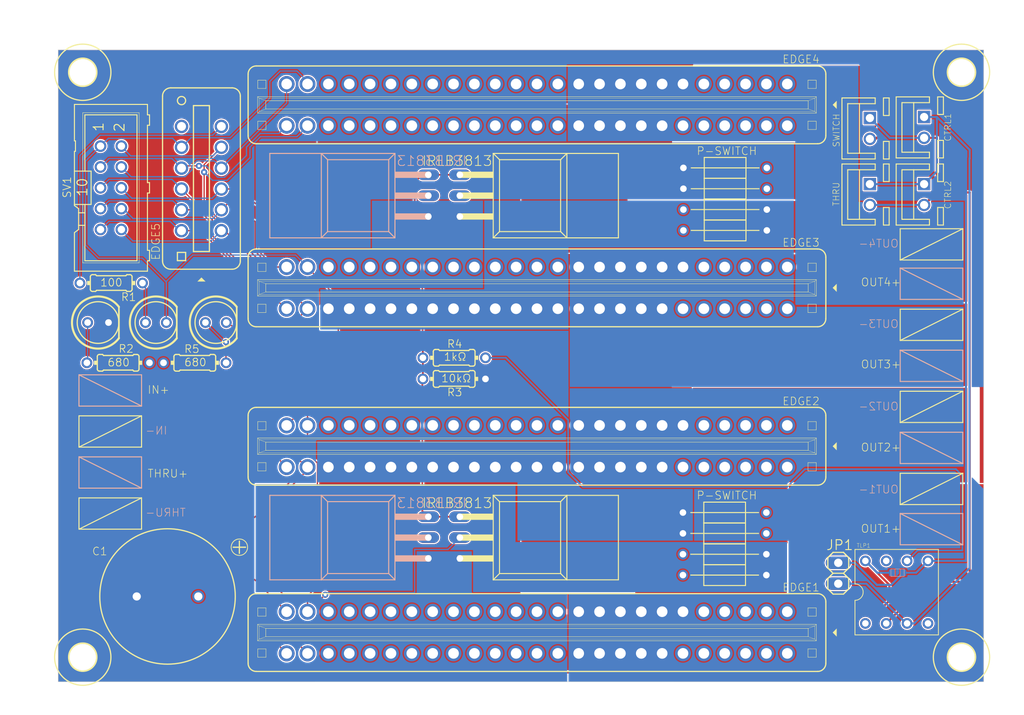
<source format=kicad_pcb>
(kicad_pcb (version 20171130) (host pcbnew "(5.1.10)-1")
  (layers (0 Top signal) (31 Bottom signal) (34 B.Paste user) (35 F.Paste user) (36 B.SilkS user) (37 F.SilkS user) (38 B.Mask user) (39 F.Mask user) (44 Edge.Cuts user))
  (net 0 "")
  (net 1 GND)
  (net 2 VCC)
  (net 3 /PWM1)
  (net 4 /DIR1)
  (net 5 /PWM2)
  (net 6 /DIR2)
  (net 7 /PWM3)
  (net 8 /DIR3)
  (net 9 /PWM4)
  (net 10 /DIR4)
  (net 11 /VCC2)
  (net 12 /GND2)
  (net 13 "Net-(LED2-PadA)")
  (net 14 /LED)
  (net 15 "Net-(EDGE1-PadP$1)")
  (net 16 "Net-(EDGE1-PadP$10)")
  (net 17 "Net-(EDGE2-PadP$1)")
  (net 18 "Net-(EDGE2-PadP$10)")
  (net 19 "Net-(EDGE3-PadP$1)")
  (net 20 "Net-(EDGE3-PadP$10)")
  (net 21 "Net-(EDGE4-PadP$1)")
  (net 22 "Net-(EDGE4-PadP$10)")
  (net 23 "Net-(CTRL1-Pad2)")
  (net 24 "Net-(CTRL1-Pad1)")
  (net 25 "Net-(LED1-PadA)")
  (net 26 "Net-(IRLB-1-PadG)")
  (net 27 "Net-(R3-Pad1)")
  (net 28 "Net-(LED3-PadA)")
  (net 29 "Net-(EDGE1-PadP$28)")
  (net 30 "Net-(EDGE2-PadP$28)")
  (net 31 "Net-(EDGE3-PadP$28)")
  (net 32 "Net-(EDGE4-PadP$28)")
  (net 33 /NC)
  (net 34 "Net-(IRLB-2-PadD)")
  (net 35 "Net-(IRLB-1-PadP$1)")
  (net 36 "Net-(IRLB-2-PadP$1)")
  (net 37 "Net-(IRLB-3-PadP$1)")
  (net 38 "Net-(IRLB-4-PadP$1)")
  (net 39 "Net-(IRLB-1-PadD)")
  (net 40 "Net-(IRLB-3-PadD)")
  (net 41 "Net-(IRLB-4-PadD)")
  (module 2022年度回路班_新電源基板:50ZLH1000MEFC16X25 (layer Top) (at 105.4741 133.1056)
    (fp_text reference C1 (at -9.231 -4.944) (layer F.SilkS) (effects (font (size 0.95 0.95) (thickness 0.076)) (justify left bottom)))
    (fp_text value 50ZLH1000MEFC16X25 hide)
    (pad A thru_hole circle (at 3.75 0) (size 1.508 1.508) (drill 1) (layers *.Cu *.Mask) (net 2 VCC))
    (pad C thru_hole circle (at -3.75 0) (size 1.508 1.508) (drill 1) (layers *.Cu *.Mask) (net 1 GND))
  )
  (module 2022年度回路班_新電源基板:GCM188L81H104KA57 (layer Bottom) (at 194.3661 130.2146)
    (fp_text reference C2 (at -0.8 0.5) (layer B.SilkS) (effects (font (size 0.095 0.095) (thickness 0.0076)) (justify right bottom mirror)))
    (fp_text value GCM188L81H104KA57 hide)
    (pad P$2 smd rect (at 0.7 0) (size 0.7 0.8) (layers Bottom B.Paste B.Mask) (net 1 GND))
    (pad P$1 smd rect (at -0.7 0) (size 0.7 0.8) (layers Bottom B.Paste B.Mask) (net 2 VCC))
  )
  (module 2022年度回路班_新電源基板:B2B-XH (layer Top) (at 197.6001 75.9536 90)
    (fp_text reference CTRL1 (at -1.75008 3.3393 90) (layer F.SilkS) (effects (font (size 0.76 0.76) (thickness 0.0608)) (justify left bottom)))
    (fp_text value 02-JST hide)
    (pad 1 thru_hole rect (at 1.27 0 90) (size 1.508 1.508) (drill 1) (layers *.Cu *.Mask) (net 24 "Net-(CTRL1-Pad1)"))
    (pad 2 thru_hole circle (at -1.27 0 90) (size 1.508 1.508) (drill 1) (layers *.Cu *.Mask) (net 23 "Net-(CTRL1-Pad2)"))
  )
  (module 2022年度回路班_新電源基板:B2B-XH (layer Top) (at 197.6001 84.1316 90)
    (fp_text reference CTRL2 (at -1.80676 3.3393 90) (layer F.SilkS) (effects (font (size 0.76 0.76) (thickness 0.0608)) (justify left bottom)))
    (fp_text value 02-JST hide)
    (pad 1 thru_hole rect (at 1.27 0 90) (size 1.508 1.508) (drill 1) (layers *.Cu *.Mask) (net 24 "Net-(CTRL1-Pad1)"))
    (pad 2 thru_hole circle (at -1.27 0 90) (size 1.508 1.508) (drill 1) (layers *.Cu *.Mask) (net 23 "Net-(CTRL1-Pad2)"))
  )
  (module 2022年度回路班_新電源基板:10046971-019LF (layer Top) (at 150.4611 137.5036 180)
    (fp_text reference EDGE1 (at -29.83826 4.941) (layer F.SilkS) (effects (font (size 0.95 0.95) (thickness 0.076)) (justify left bottom)))
    (fp_text value 10046971-019LF-FEMAL hide)
    (pad P$50 thru_hole circle (at -30.48 -2.54 180) (size 1.95 1.95) (drill 1.3) (layers *.Cu *.Mask) (net 15 "Net-(EDGE1-PadP$1)"))
    (pad P$49 thru_hole circle (at -27.94 -2.54 180) (size 1.95 1.95) (drill 1.3) (layers *.Cu *.Mask) (net 15 "Net-(EDGE1-PadP$1)"))
    (pad P$48 thru_hole circle (at -25.4 -2.54 180) (size 1.95 1.95) (drill 1.3) (layers *.Cu *.Mask) (net 15 "Net-(EDGE1-PadP$1)"))
    (pad P$47 thru_hole circle (at -22.86 -2.54 180) (size 1.95 1.95) (drill 1.3) (layers *.Cu *.Mask) (net 15 "Net-(EDGE1-PadP$1)"))
    (pad P$46 thru_hole circle (at -20.32 -2.54 180) (size 1.95 1.95) (drill 1.3) (layers *.Cu *.Mask) (net 15 "Net-(EDGE1-PadP$1)"))
    (pad P$45 thru_hole circle (at -17.78 -2.54 180) (size 1.95 1.95) (drill 1.3) (layers *.Cu *.Mask) (net 15 "Net-(EDGE1-PadP$1)"))
    (pad P$44 thru_hole circle (at -15.24 -2.54 180) (size 1.95 1.95) (drill 1.3) (layers *.Cu *.Mask) (net 16 "Net-(EDGE1-PadP$10)"))
    (pad P$43 thru_hole circle (at -12.7 -2.54 180) (size 1.95 1.95) (drill 1.3) (layers *.Cu *.Mask) (net 16 "Net-(EDGE1-PadP$10)"))
    (pad P$42 thru_hole circle (at -10.16 -2.54 180) (size 1.95 1.95) (drill 1.3) (layers *.Cu *.Mask) (net 16 "Net-(EDGE1-PadP$10)"))
    (pad P$41 thru_hole circle (at -7.62 -2.54 180) (size 1.95 1.95) (drill 1.3) (layers *.Cu *.Mask) (net 16 "Net-(EDGE1-PadP$10)"))
    (pad P$40 thru_hole circle (at -5.08 -2.54 180) (size 1.95 1.95) (drill 1.3) (layers *.Cu *.Mask) (net 16 "Net-(EDGE1-PadP$10)"))
    (pad P$39 thru_hole circle (at -2.54 -2.54 180) (size 1.95 1.95) (drill 1.3) (layers *.Cu *.Mask) (net 29 "Net-(EDGE1-PadP$28)"))
    (pad P$38 thru_hole circle (at 0 -2.54 180) (size 1.95 1.95) (drill 1.3) (layers *.Cu *.Mask) (net 29 "Net-(EDGE1-PadP$28)"))
    (pad P$37 thru_hole circle (at 2.54 -2.54 180) (size 1.95 1.95) (drill 1.3) (layers *.Cu *.Mask) (net 29 "Net-(EDGE1-PadP$28)"))
    (pad P$36 thru_hole circle (at 5.08 -2.54 180) (size 1.95 1.95) (drill 1.3) (layers *.Cu *.Mask) (net 29 "Net-(EDGE1-PadP$28)"))
    (pad P$35 thru_hole circle (at 7.62 -2.54 180) (size 1.95 1.95) (drill 1.3) (layers *.Cu *.Mask) (net 29 "Net-(EDGE1-PadP$28)"))
    (pad P$34 thru_hole circle (at 10.16 -2.54 180) (size 1.95 1.95) (drill 1.3) (layers *.Cu *.Mask) (net 29 "Net-(EDGE1-PadP$28)"))
    (pad P$33 thru_hole circle (at 12.7 -2.54 180) (size 1.95 1.95) (drill 1.3) (layers *.Cu *.Mask) (net 29 "Net-(EDGE1-PadP$28)"))
    (pad P$32 thru_hole circle (at 15.24 -2.54 180) (size 1.95 1.95) (drill 1.3) (layers *.Cu *.Mask) (net 29 "Net-(EDGE1-PadP$28)"))
    (pad P$31 thru_hole circle (at 17.78 -2.54 180) (size 1.95 1.95) (drill 1.3) (layers *.Cu *.Mask) (net 29 "Net-(EDGE1-PadP$28)"))
    (pad P$30 thru_hole circle (at 20.32 -2.54 180) (size 1.95 1.95) (drill 1.3) (layers *.Cu *.Mask) (net 29 "Net-(EDGE1-PadP$28)"))
    (pad P$29 thru_hole circle (at 22.86 -2.54 180) (size 1.95 1.95) (drill 1.3) (layers *.Cu *.Mask) (net 29 "Net-(EDGE1-PadP$28)"))
    (pad P$28 thru_hole circle (at 25.4 -2.54 180) (size 1.95 1.95) (drill 1.3) (layers *.Cu *.Mask) (net 29 "Net-(EDGE1-PadP$28)"))
    (pad P$27 thru_hole circle (at 27.94 -2.54 180) (size 1.95 1.95) (drill 1.3) (layers *.Cu *.Mask) (net 11 /VCC2))
    (pad P$26 thru_hole circle (at 30.48 -2.54 180) (size 1.95 1.95) (drill 1.3) (layers *.Cu *.Mask) (net 4 /DIR1))
    (pad P$25 thru_hole circle (at 30.48 2.54 180) (size 1.95 1.95) (drill 1.3) (layers *.Cu *.Mask) (net 3 /PWM1))
    (pad P$24 thru_hole circle (at 27.94 2.54 180) (size 1.95 1.95) (drill 1.3) (layers *.Cu *.Mask) (net 12 /GND2))
    (pad P$23 thru_hole circle (at 25.4 2.54 180) (size 1.95 1.95) (drill 1.3) (layers *.Cu *.Mask) (net 2 VCC))
    (pad P$22 thru_hole circle (at 22.86 2.54 180) (size 1.95 1.95) (drill 1.3) (layers *.Cu *.Mask) (net 2 VCC))
    (pad P$21 thru_hole circle (at 20.32 2.54 180) (size 1.95 1.95) (drill 1.3) (layers *.Cu *.Mask) (net 2 VCC))
    (pad P$20 thru_hole circle (at 17.78 2.54 180) (size 1.95 1.95) (drill 1.3) (layers *.Cu *.Mask) (net 2 VCC))
    (pad P$19 thru_hole circle (at 15.24 2.54 180) (size 1.95 1.95) (drill 1.3) (layers *.Cu *.Mask) (net 2 VCC))
    (pad P$18 thru_hole circle (at 12.7 2.54 180) (size 1.95 1.95) (drill 1.3) (layers *.Cu *.Mask) (net 2 VCC))
    (pad P$17 thru_hole circle (at 10.16 2.54 180) (size 1.95 1.95) (drill 1.3) (layers *.Cu *.Mask) (net 2 VCC))
    (pad P$16 thru_hole circle (at 7.62 2.54 180) (size 1.95 1.95) (drill 1.3) (layers *.Cu *.Mask) (net 2 VCC))
    (pad P$15 thru_hole circle (at 5.08 2.54 180) (size 1.95 1.95) (drill 1.3) (layers *.Cu *.Mask) (net 2 VCC))
    (pad P$14 thru_hole circle (at 2.54 2.54 180) (size 1.95 1.95) (drill 1.3) (layers *.Cu *.Mask) (net 2 VCC))
    (pad P$13 thru_hole circle (at 0 2.54 180) (size 1.95 1.95) (drill 1.3) (layers *.Cu *.Mask) (net 2 VCC))
    (pad P$12 thru_hole circle (at -2.54 2.54 180) (size 1.95 1.95) (drill 1.3) (layers *.Cu *.Mask) (net 2 VCC))
    (pad P$11 thru_hole circle (at -5.08 2.54 180) (size 1.95 1.95) (drill 1.3) (layers *.Cu *.Mask) (net 16 "Net-(EDGE1-PadP$10)"))
    (pad P$10 thru_hole circle (at -7.62 2.54 180) (size 1.95 1.95) (drill 1.3) (layers *.Cu *.Mask) (net 16 "Net-(EDGE1-PadP$10)"))
    (pad P$9 thru_hole circle (at -10.16 2.54 180) (size 1.95 1.95) (drill 1.3) (layers *.Cu *.Mask) (net 16 "Net-(EDGE1-PadP$10)"))
    (pad P$8 thru_hole circle (at -12.7 2.54 180) (size 1.95 1.95) (drill 1.3) (layers *.Cu *.Mask) (net 16 "Net-(EDGE1-PadP$10)"))
    (pad P$7 thru_hole circle (at -15.24 2.54 180) (size 1.95 1.95) (drill 1.3) (layers *.Cu *.Mask) (net 16 "Net-(EDGE1-PadP$10)"))
    (pad P$6 thru_hole circle (at -17.78 2.54 180) (size 1.95 1.95) (drill 1.3) (layers *.Cu *.Mask) (net 16 "Net-(EDGE1-PadP$10)"))
    (pad P$5 thru_hole circle (at -20.32 2.54 180) (size 1.95 1.95) (drill 1.3) (layers *.Cu *.Mask) (net 15 "Net-(EDGE1-PadP$1)"))
    (pad P$4 thru_hole circle (at -22.86 2.54 180) (size 1.95 1.95) (drill 1.3) (layers *.Cu *.Mask) (net 15 "Net-(EDGE1-PadP$1)"))
    (pad P$3 thru_hole circle (at -25.4 2.54 180) (size 1.95 1.95) (drill 1.3) (layers *.Cu *.Mask) (net 15 "Net-(EDGE1-PadP$1)"))
    (pad P$2 thru_hole circle (at -27.94 2.54 180) (size 1.95 1.95) (drill 1.3) (layers *.Cu *.Mask) (net 15 "Net-(EDGE1-PadP$1)"))
    (pad P$1 thru_hole circle (at -30.48 2.54 180) (size 1.95 1.95) (drill 1.3) (layers *.Cu *.Mask) (net 15 "Net-(EDGE1-PadP$1)"))
  )
  (module 2022年度回路班_新電源基板:10046971-019LF (layer Top) (at 150.4611 114.8036 180)
    (fp_text reference EDGE2 (at -29.83826 4.92828) (layer F.SilkS) (effects (font (size 0.95 0.95) (thickness 0.076)) (justify left bottom)))
    (fp_text value 10046971-019LF-FEMAL hide)
    (pad P$50 thru_hole circle (at -30.48 -2.54 180) (size 1.95 1.95) (drill 1.3) (layers *.Cu *.Mask) (net 17 "Net-(EDGE2-PadP$1)"))
    (pad P$49 thru_hole circle (at -27.94 -2.54 180) (size 1.95 1.95) (drill 1.3) (layers *.Cu *.Mask) (net 17 "Net-(EDGE2-PadP$1)"))
    (pad P$48 thru_hole circle (at -25.4 -2.54 180) (size 1.95 1.95) (drill 1.3) (layers *.Cu *.Mask) (net 17 "Net-(EDGE2-PadP$1)"))
    (pad P$47 thru_hole circle (at -22.86 -2.54 180) (size 1.95 1.95) (drill 1.3) (layers *.Cu *.Mask) (net 17 "Net-(EDGE2-PadP$1)"))
    (pad P$46 thru_hole circle (at -20.32 -2.54 180) (size 1.95 1.95) (drill 1.3) (layers *.Cu *.Mask) (net 17 "Net-(EDGE2-PadP$1)"))
    (pad P$45 thru_hole circle (at -17.78 -2.54 180) (size 1.95 1.95) (drill 1.3) (layers *.Cu *.Mask) (net 17 "Net-(EDGE2-PadP$1)"))
    (pad P$44 thru_hole circle (at -15.24 -2.54 180) (size 1.95 1.95) (drill 1.3) (layers *.Cu *.Mask) (net 18 "Net-(EDGE2-PadP$10)"))
    (pad P$43 thru_hole circle (at -12.7 -2.54 180) (size 1.95 1.95) (drill 1.3) (layers *.Cu *.Mask) (net 18 "Net-(EDGE2-PadP$10)"))
    (pad P$42 thru_hole circle (at -10.16 -2.54 180) (size 1.95 1.95) (drill 1.3) (layers *.Cu *.Mask) (net 18 "Net-(EDGE2-PadP$10)"))
    (pad P$41 thru_hole circle (at -7.62 -2.54 180) (size 1.95 1.95) (drill 1.3) (layers *.Cu *.Mask) (net 18 "Net-(EDGE2-PadP$10)"))
    (pad P$40 thru_hole circle (at -5.08 -2.54 180) (size 1.95 1.95) (drill 1.3) (layers *.Cu *.Mask) (net 18 "Net-(EDGE2-PadP$10)"))
    (pad P$39 thru_hole circle (at -2.54 -2.54 180) (size 1.95 1.95) (drill 1.3) (layers *.Cu *.Mask) (net 30 "Net-(EDGE2-PadP$28)"))
    (pad P$38 thru_hole circle (at 0 -2.54 180) (size 1.95 1.95) (drill 1.3) (layers *.Cu *.Mask) (net 30 "Net-(EDGE2-PadP$28)"))
    (pad P$37 thru_hole circle (at 2.54 -2.54 180) (size 1.95 1.95) (drill 1.3) (layers *.Cu *.Mask) (net 30 "Net-(EDGE2-PadP$28)"))
    (pad P$36 thru_hole circle (at 5.08 -2.54 180) (size 1.95 1.95) (drill 1.3) (layers *.Cu *.Mask) (net 30 "Net-(EDGE2-PadP$28)"))
    (pad P$35 thru_hole circle (at 7.62 -2.54 180) (size 1.95 1.95) (drill 1.3) (layers *.Cu *.Mask) (net 30 "Net-(EDGE2-PadP$28)"))
    (pad P$34 thru_hole circle (at 10.16 -2.54 180) (size 1.95 1.95) (drill 1.3) (layers *.Cu *.Mask) (net 30 "Net-(EDGE2-PadP$28)"))
    (pad P$33 thru_hole circle (at 12.7 -2.54 180) (size 1.95 1.95) (drill 1.3) (layers *.Cu *.Mask) (net 30 "Net-(EDGE2-PadP$28)"))
    (pad P$32 thru_hole circle (at 15.24 -2.54 180) (size 1.95 1.95) (drill 1.3) (layers *.Cu *.Mask) (net 30 "Net-(EDGE2-PadP$28)"))
    (pad P$31 thru_hole circle (at 17.78 -2.54 180) (size 1.95 1.95) (drill 1.3) (layers *.Cu *.Mask) (net 30 "Net-(EDGE2-PadP$28)"))
    (pad P$30 thru_hole circle (at 20.32 -2.54 180) (size 1.95 1.95) (drill 1.3) (layers *.Cu *.Mask) (net 30 "Net-(EDGE2-PadP$28)"))
    (pad P$29 thru_hole circle (at 22.86 -2.54 180) (size 1.95 1.95) (drill 1.3) (layers *.Cu *.Mask) (net 30 "Net-(EDGE2-PadP$28)"))
    (pad P$28 thru_hole circle (at 25.4 -2.54 180) (size 1.95 1.95) (drill 1.3) (layers *.Cu *.Mask) (net 30 "Net-(EDGE2-PadP$28)"))
    (pad P$27 thru_hole circle (at 27.94 -2.54 180) (size 1.95 1.95) (drill 1.3) (layers *.Cu *.Mask) (net 11 /VCC2))
    (pad P$26 thru_hole circle (at 30.48 -2.54 180) (size 1.95 1.95) (drill 1.3) (layers *.Cu *.Mask) (net 6 /DIR2))
    (pad P$25 thru_hole circle (at 30.48 2.54 180) (size 1.95 1.95) (drill 1.3) (layers *.Cu *.Mask) (net 5 /PWM2))
    (pad P$24 thru_hole circle (at 27.94 2.54 180) (size 1.95 1.95) (drill 1.3) (layers *.Cu *.Mask) (net 12 /GND2))
    (pad P$23 thru_hole circle (at 25.4 2.54 180) (size 1.95 1.95) (drill 1.3) (layers *.Cu *.Mask) (net 2 VCC))
    (pad P$22 thru_hole circle (at 22.86 2.54 180) (size 1.95 1.95) (drill 1.3) (layers *.Cu *.Mask) (net 2 VCC))
    (pad P$21 thru_hole circle (at 20.32 2.54 180) (size 1.95 1.95) (drill 1.3) (layers *.Cu *.Mask) (net 2 VCC))
    (pad P$20 thru_hole circle (at 17.78 2.54 180) (size 1.95 1.95) (drill 1.3) (layers *.Cu *.Mask) (net 2 VCC))
    (pad P$19 thru_hole circle (at 15.24 2.54 180) (size 1.95 1.95) (drill 1.3) (layers *.Cu *.Mask) (net 2 VCC))
    (pad P$18 thru_hole circle (at 12.7 2.54 180) (size 1.95 1.95) (drill 1.3) (layers *.Cu *.Mask) (net 2 VCC))
    (pad P$17 thru_hole circle (at 10.16 2.54 180) (size 1.95 1.95) (drill 1.3) (layers *.Cu *.Mask) (net 2 VCC))
    (pad P$16 thru_hole circle (at 7.62 2.54 180) (size 1.95 1.95) (drill 1.3) (layers *.Cu *.Mask) (net 2 VCC))
    (pad P$15 thru_hole circle (at 5.08 2.54 180) (size 1.95 1.95) (drill 1.3) (layers *.Cu *.Mask) (net 2 VCC))
    (pad P$14 thru_hole circle (at 2.54 2.54 180) (size 1.95 1.95) (drill 1.3) (layers *.Cu *.Mask) (net 2 VCC))
    (pad P$13 thru_hole circle (at 0 2.54 180) (size 1.95 1.95) (drill 1.3) (layers *.Cu *.Mask) (net 2 VCC))
    (pad P$12 thru_hole circle (at -2.54 2.54 180) (size 1.95 1.95) (drill 1.3) (layers *.Cu *.Mask) (net 2 VCC))
    (pad P$11 thru_hole circle (at -5.08 2.54 180) (size 1.95 1.95) (drill 1.3) (layers *.Cu *.Mask) (net 18 "Net-(EDGE2-PadP$10)"))
    (pad P$10 thru_hole circle (at -7.62 2.54 180) (size 1.95 1.95) (drill 1.3) (layers *.Cu *.Mask) (net 18 "Net-(EDGE2-PadP$10)"))
    (pad P$9 thru_hole circle (at -10.16 2.54 180) (size 1.95 1.95) (drill 1.3) (layers *.Cu *.Mask) (net 18 "Net-(EDGE2-PadP$10)"))
    (pad P$8 thru_hole circle (at -12.7 2.54 180) (size 1.95 1.95) (drill 1.3) (layers *.Cu *.Mask) (net 18 "Net-(EDGE2-PadP$10)"))
    (pad P$7 thru_hole circle (at -15.24 2.54 180) (size 1.95 1.95) (drill 1.3) (layers *.Cu *.Mask) (net 18 "Net-(EDGE2-PadP$10)"))
    (pad P$6 thru_hole circle (at -17.78 2.54 180) (size 1.95 1.95) (drill 1.3) (layers *.Cu *.Mask) (net 18 "Net-(EDGE2-PadP$10)"))
    (pad P$5 thru_hole circle (at -20.32 2.54 180) (size 1.95 1.95) (drill 1.3) (layers *.Cu *.Mask) (net 17 "Net-(EDGE2-PadP$1)"))
    (pad P$4 thru_hole circle (at -22.86 2.54 180) (size 1.95 1.95) (drill 1.3) (layers *.Cu *.Mask) (net 17 "Net-(EDGE2-PadP$1)"))
    (pad P$3 thru_hole circle (at -25.4 2.54 180) (size 1.95 1.95) (drill 1.3) (layers *.Cu *.Mask) (net 17 "Net-(EDGE2-PadP$1)"))
    (pad P$2 thru_hole circle (at -27.94 2.54 180) (size 1.95 1.95) (drill 1.3) (layers *.Cu *.Mask) (net 17 "Net-(EDGE2-PadP$1)"))
    (pad P$1 thru_hole circle (at -30.48 2.54 180) (size 1.95 1.95) (drill 1.3) (layers *.Cu *.Mask) (net 17 "Net-(EDGE2-PadP$1)"))
  )
  (module 2022年度回路班_新電源基板:10046971-019LF (layer Top) (at 150.4611 95.5036 180)
    (fp_text reference EDGE3 (at -29.83826 4.95768) (layer F.SilkS) (effects (font (size 0.95 0.95) (thickness 0.076)) (justify left bottom)))
    (fp_text value 10046971-019LF-FEMAL hide)
    (pad P$50 thru_hole circle (at -30.48 -2.54 180) (size 1.95 1.95) (drill 1.3) (layers *.Cu *.Mask) (net 19 "Net-(EDGE3-PadP$1)"))
    (pad P$49 thru_hole circle (at -27.94 -2.54 180) (size 1.95 1.95) (drill 1.3) (layers *.Cu *.Mask) (net 19 "Net-(EDGE3-PadP$1)"))
    (pad P$48 thru_hole circle (at -25.4 -2.54 180) (size 1.95 1.95) (drill 1.3) (layers *.Cu *.Mask) (net 19 "Net-(EDGE3-PadP$1)"))
    (pad P$47 thru_hole circle (at -22.86 -2.54 180) (size 1.95 1.95) (drill 1.3) (layers *.Cu *.Mask) (net 19 "Net-(EDGE3-PadP$1)"))
    (pad P$46 thru_hole circle (at -20.32 -2.54 180) (size 1.95 1.95) (drill 1.3) (layers *.Cu *.Mask) (net 19 "Net-(EDGE3-PadP$1)"))
    (pad P$45 thru_hole circle (at -17.78 -2.54 180) (size 1.95 1.95) (drill 1.3) (layers *.Cu *.Mask) (net 19 "Net-(EDGE3-PadP$1)"))
    (pad P$44 thru_hole circle (at -15.24 -2.54 180) (size 1.95 1.95) (drill 1.3) (layers *.Cu *.Mask) (net 20 "Net-(EDGE3-PadP$10)"))
    (pad P$43 thru_hole circle (at -12.7 -2.54 180) (size 1.95 1.95) (drill 1.3) (layers *.Cu *.Mask) (net 20 "Net-(EDGE3-PadP$10)"))
    (pad P$42 thru_hole circle (at -10.16 -2.54 180) (size 1.95 1.95) (drill 1.3) (layers *.Cu *.Mask) (net 20 "Net-(EDGE3-PadP$10)"))
    (pad P$41 thru_hole circle (at -7.62 -2.54 180) (size 1.95 1.95) (drill 1.3) (layers *.Cu *.Mask) (net 20 "Net-(EDGE3-PadP$10)"))
    (pad P$40 thru_hole circle (at -5.08 -2.54 180) (size 1.95 1.95) (drill 1.3) (layers *.Cu *.Mask) (net 20 "Net-(EDGE3-PadP$10)"))
    (pad P$39 thru_hole circle (at -2.54 -2.54 180) (size 1.95 1.95) (drill 1.3) (layers *.Cu *.Mask) (net 31 "Net-(EDGE3-PadP$28)"))
    (pad P$38 thru_hole circle (at 0 -2.54 180) (size 1.95 1.95) (drill 1.3) (layers *.Cu *.Mask) (net 31 "Net-(EDGE3-PadP$28)"))
    (pad P$37 thru_hole circle (at 2.54 -2.54 180) (size 1.95 1.95) (drill 1.3) (layers *.Cu *.Mask) (net 31 "Net-(EDGE3-PadP$28)"))
    (pad P$36 thru_hole circle (at 5.08 -2.54 180) (size 1.95 1.95) (drill 1.3) (layers *.Cu *.Mask) (net 31 "Net-(EDGE3-PadP$28)"))
    (pad P$35 thru_hole circle (at 7.62 -2.54 180) (size 1.95 1.95) (drill 1.3) (layers *.Cu *.Mask) (net 31 "Net-(EDGE3-PadP$28)"))
    (pad P$34 thru_hole circle (at 10.16 -2.54 180) (size 1.95 1.95) (drill 1.3) (layers *.Cu *.Mask) (net 31 "Net-(EDGE3-PadP$28)"))
    (pad P$33 thru_hole circle (at 12.7 -2.54 180) (size 1.95 1.95) (drill 1.3) (layers *.Cu *.Mask) (net 31 "Net-(EDGE3-PadP$28)"))
    (pad P$32 thru_hole circle (at 15.24 -2.54 180) (size 1.95 1.95) (drill 1.3) (layers *.Cu *.Mask) (net 31 "Net-(EDGE3-PadP$28)"))
    (pad P$31 thru_hole circle (at 17.78 -2.54 180) (size 1.95 1.95) (drill 1.3) (layers *.Cu *.Mask) (net 31 "Net-(EDGE3-PadP$28)"))
    (pad P$30 thru_hole circle (at 20.32 -2.54 180) (size 1.95 1.95) (drill 1.3) (layers *.Cu *.Mask) (net 31 "Net-(EDGE3-PadP$28)"))
    (pad P$29 thru_hole circle (at 22.86 -2.54 180) (size 1.95 1.95) (drill 1.3) (layers *.Cu *.Mask) (net 31 "Net-(EDGE3-PadP$28)"))
    (pad P$28 thru_hole circle (at 25.4 -2.54 180) (size 1.95 1.95) (drill 1.3) (layers *.Cu *.Mask) (net 31 "Net-(EDGE3-PadP$28)"))
    (pad P$27 thru_hole circle (at 27.94 -2.54 180) (size 1.95 1.95) (drill 1.3) (layers *.Cu *.Mask) (net 11 /VCC2))
    (pad P$26 thru_hole circle (at 30.48 -2.54 180) (size 1.95 1.95) (drill 1.3) (layers *.Cu *.Mask) (net 8 /DIR3))
    (pad P$25 thru_hole circle (at 30.48 2.54 180) (size 1.95 1.95) (drill 1.3) (layers *.Cu *.Mask) (net 7 /PWM3))
    (pad P$24 thru_hole circle (at 27.94 2.54 180) (size 1.95 1.95) (drill 1.3) (layers *.Cu *.Mask) (net 12 /GND2))
    (pad P$23 thru_hole circle (at 25.4 2.54 180) (size 1.95 1.95) (drill 1.3) (layers *.Cu *.Mask) (net 2 VCC))
    (pad P$22 thru_hole circle (at 22.86 2.54 180) (size 1.95 1.95) (drill 1.3) (layers *.Cu *.Mask) (net 2 VCC))
    (pad P$21 thru_hole circle (at 20.32 2.54 180) (size 1.95 1.95) (drill 1.3) (layers *.Cu *.Mask) (net 2 VCC))
    (pad P$20 thru_hole circle (at 17.78 2.54 180) (size 1.95 1.95) (drill 1.3) (layers *.Cu *.Mask) (net 2 VCC))
    (pad P$19 thru_hole circle (at 15.24 2.54 180) (size 1.95 1.95) (drill 1.3) (layers *.Cu *.Mask) (net 2 VCC))
    (pad P$18 thru_hole circle (at 12.7 2.54 180) (size 1.95 1.95) (drill 1.3) (layers *.Cu *.Mask) (net 2 VCC))
    (pad P$17 thru_hole circle (at 10.16 2.54 180) (size 1.95 1.95) (drill 1.3) (layers *.Cu *.Mask) (net 2 VCC))
    (pad P$16 thru_hole circle (at 7.62 2.54 180) (size 1.95 1.95) (drill 1.3) (layers *.Cu *.Mask) (net 2 VCC))
    (pad P$15 thru_hole circle (at 5.08 2.54 180) (size 1.95 1.95) (drill 1.3) (layers *.Cu *.Mask) (net 2 VCC))
    (pad P$14 thru_hole circle (at 2.54 2.54 180) (size 1.95 1.95) (drill 1.3) (layers *.Cu *.Mask) (net 2 VCC))
    (pad P$13 thru_hole circle (at 0 2.54 180) (size 1.95 1.95) (drill 1.3) (layers *.Cu *.Mask) (net 2 VCC))
    (pad P$12 thru_hole circle (at -2.54 2.54 180) (size 1.95 1.95) (drill 1.3) (layers *.Cu *.Mask) (net 2 VCC))
    (pad P$11 thru_hole circle (at -5.08 2.54 180) (size 1.95 1.95) (drill 1.3) (layers *.Cu *.Mask) (net 20 "Net-(EDGE3-PadP$10)"))
    (pad P$10 thru_hole circle (at -7.62 2.54 180) (size 1.95 1.95) (drill 1.3) (layers *.Cu *.Mask) (net 20 "Net-(EDGE3-PadP$10)"))
    (pad P$9 thru_hole circle (at -10.16 2.54 180) (size 1.95 1.95) (drill 1.3) (layers *.Cu *.Mask) (net 20 "Net-(EDGE3-PadP$10)"))
    (pad P$8 thru_hole circle (at -12.7 2.54 180) (size 1.95 1.95) (drill 1.3) (layers *.Cu *.Mask) (net 20 "Net-(EDGE3-PadP$10)"))
    (pad P$7 thru_hole circle (at -15.24 2.54 180) (size 1.95 1.95) (drill 1.3) (layers *.Cu *.Mask) (net 20 "Net-(EDGE3-PadP$10)"))
    (pad P$6 thru_hole circle (at -17.78 2.54 180) (size 1.95 1.95) (drill 1.3) (layers *.Cu *.Mask) (net 20 "Net-(EDGE3-PadP$10)"))
    (pad P$5 thru_hole circle (at -20.32 2.54 180) (size 1.95 1.95) (drill 1.3) (layers *.Cu *.Mask) (net 19 "Net-(EDGE3-PadP$1)"))
    (pad P$4 thru_hole circle (at -22.86 2.54 180) (size 1.95 1.95) (drill 1.3) (layers *.Cu *.Mask) (net 19 "Net-(EDGE3-PadP$1)"))
    (pad P$3 thru_hole circle (at -25.4 2.54 180) (size 1.95 1.95) (drill 1.3) (layers *.Cu *.Mask) (net 19 "Net-(EDGE3-PadP$1)"))
    (pad P$2 thru_hole circle (at -27.94 2.54 180) (size 1.95 1.95) (drill 1.3) (layers *.Cu *.Mask) (net 19 "Net-(EDGE3-PadP$1)"))
    (pad P$1 thru_hole circle (at -30.48 2.54 180) (size 1.95 1.95) (drill 1.3) (layers *.Cu *.Mask) (net 19 "Net-(EDGE3-PadP$1)"))
  )
  (module 2022年度回路班_新電源基板:10046971-019LF (layer Top) (at 150.4611 73.2036 180)
    (fp_text reference EDGE4 (at -29.83826 4.99952) (layer F.SilkS) (effects (font (size 0.95 0.95) (thickness 0.076)) (justify left bottom)))
    (fp_text value 10046971-019LF-FEMAL hide)
    (pad P$50 thru_hole circle (at -30.48 -2.54 180) (size 1.95 1.95) (drill 1.3) (layers *.Cu *.Mask) (net 21 "Net-(EDGE4-PadP$1)"))
    (pad P$49 thru_hole circle (at -27.94 -2.54 180) (size 1.95 1.95) (drill 1.3) (layers *.Cu *.Mask) (net 21 "Net-(EDGE4-PadP$1)"))
    (pad P$48 thru_hole circle (at -25.4 -2.54 180) (size 1.95 1.95) (drill 1.3) (layers *.Cu *.Mask) (net 21 "Net-(EDGE4-PadP$1)"))
    (pad P$47 thru_hole circle (at -22.86 -2.54 180) (size 1.95 1.95) (drill 1.3) (layers *.Cu *.Mask) (net 21 "Net-(EDGE4-PadP$1)"))
    (pad P$46 thru_hole circle (at -20.32 -2.54 180) (size 1.95 1.95) (drill 1.3) (layers *.Cu *.Mask) (net 21 "Net-(EDGE4-PadP$1)"))
    (pad P$45 thru_hole circle (at -17.78 -2.54 180) (size 1.95 1.95) (drill 1.3) (layers *.Cu *.Mask) (net 21 "Net-(EDGE4-PadP$1)"))
    (pad P$44 thru_hole circle (at -15.24 -2.54 180) (size 1.95 1.95) (drill 1.3) (layers *.Cu *.Mask) (net 22 "Net-(EDGE4-PadP$10)"))
    (pad P$43 thru_hole circle (at -12.7 -2.54 180) (size 1.95 1.95) (drill 1.3) (layers *.Cu *.Mask) (net 22 "Net-(EDGE4-PadP$10)"))
    (pad P$42 thru_hole circle (at -10.16 -2.54 180) (size 1.95 1.95) (drill 1.3) (layers *.Cu *.Mask) (net 22 "Net-(EDGE4-PadP$10)"))
    (pad P$41 thru_hole circle (at -7.62 -2.54 180) (size 1.95 1.95) (drill 1.3) (layers *.Cu *.Mask) (net 22 "Net-(EDGE4-PadP$10)"))
    (pad P$40 thru_hole circle (at -5.08 -2.54 180) (size 1.95 1.95) (drill 1.3) (layers *.Cu *.Mask) (net 22 "Net-(EDGE4-PadP$10)"))
    (pad P$39 thru_hole circle (at -2.54 -2.54 180) (size 1.95 1.95) (drill 1.3) (layers *.Cu *.Mask) (net 32 "Net-(EDGE4-PadP$28)"))
    (pad P$38 thru_hole circle (at 0 -2.54 180) (size 1.95 1.95) (drill 1.3) (layers *.Cu *.Mask) (net 32 "Net-(EDGE4-PadP$28)"))
    (pad P$37 thru_hole circle (at 2.54 -2.54 180) (size 1.95 1.95) (drill 1.3) (layers *.Cu *.Mask) (net 32 "Net-(EDGE4-PadP$28)"))
    (pad P$36 thru_hole circle (at 5.08 -2.54 180) (size 1.95 1.95) (drill 1.3) (layers *.Cu *.Mask) (net 32 "Net-(EDGE4-PadP$28)"))
    (pad P$35 thru_hole circle (at 7.62 -2.54 180) (size 1.95 1.95) (drill 1.3) (layers *.Cu *.Mask) (net 32 "Net-(EDGE4-PadP$28)"))
    (pad P$34 thru_hole circle (at 10.16 -2.54 180) (size 1.95 1.95) (drill 1.3) (layers *.Cu *.Mask) (net 32 "Net-(EDGE4-PadP$28)"))
    (pad P$33 thru_hole circle (at 12.7 -2.54 180) (size 1.95 1.95) (drill 1.3) (layers *.Cu *.Mask) (net 32 "Net-(EDGE4-PadP$28)"))
    (pad P$32 thru_hole circle (at 15.24 -2.54 180) (size 1.95 1.95) (drill 1.3) (layers *.Cu *.Mask) (net 32 "Net-(EDGE4-PadP$28)"))
    (pad P$31 thru_hole circle (at 17.78 -2.54 180) (size 1.95 1.95) (drill 1.3) (layers *.Cu *.Mask) (net 32 "Net-(EDGE4-PadP$28)"))
    (pad P$30 thru_hole circle (at 20.32 -2.54 180) (size 1.95 1.95) (drill 1.3) (layers *.Cu *.Mask) (net 32 "Net-(EDGE4-PadP$28)"))
    (pad P$29 thru_hole circle (at 22.86 -2.54 180) (size 1.95 1.95) (drill 1.3) (layers *.Cu *.Mask) (net 32 "Net-(EDGE4-PadP$28)"))
    (pad P$28 thru_hole circle (at 25.4 -2.54 180) (size 1.95 1.95) (drill 1.3) (layers *.Cu *.Mask) (net 32 "Net-(EDGE4-PadP$28)"))
    (pad P$27 thru_hole circle (at 27.94 -2.54 180) (size 1.95 1.95) (drill 1.3) (layers *.Cu *.Mask) (net 11 /VCC2))
    (pad P$26 thru_hole circle (at 30.48 -2.54 180) (size 1.95 1.95) (drill 1.3) (layers *.Cu *.Mask) (net 10 /DIR4))
    (pad P$25 thru_hole circle (at 30.48 2.54 180) (size 1.95 1.95) (drill 1.3) (layers *.Cu *.Mask) (net 9 /PWM4))
    (pad P$24 thru_hole circle (at 27.94 2.54 180) (size 1.95 1.95) (drill 1.3) (layers *.Cu *.Mask) (net 12 /GND2))
    (pad P$23 thru_hole circle (at 25.4 2.54 180) (size 1.95 1.95) (drill 1.3) (layers *.Cu *.Mask) (net 2 VCC))
    (pad P$22 thru_hole circle (at 22.86 2.54 180) (size 1.95 1.95) (drill 1.3) (layers *.Cu *.Mask) (net 2 VCC))
    (pad P$21 thru_hole circle (at 20.32 2.54 180) (size 1.95 1.95) (drill 1.3) (layers *.Cu *.Mask) (net 2 VCC))
    (pad P$20 thru_hole circle (at 17.78 2.54 180) (size 1.95 1.95) (drill 1.3) (layers *.Cu *.Mask) (net 2 VCC))
    (pad P$19 thru_hole circle (at 15.24 2.54 180) (size 1.95 1.95) (drill 1.3) (layers *.Cu *.Mask) (net 2 VCC))
    (pad P$18 thru_hole circle (at 12.7 2.54 180) (size 1.95 1.95) (drill 1.3) (layers *.Cu *.Mask) (net 2 VCC))
    (pad P$17 thru_hole circle (at 10.16 2.54 180) (size 1.95 1.95) (drill 1.3) (layers *.Cu *.Mask) (net 2 VCC))
    (pad P$16 thru_hole circle (at 7.62 2.54 180) (size 1.95 1.95) (drill 1.3) (layers *.Cu *.Mask) (net 2 VCC))
    (pad P$15 thru_hole circle (at 5.08 2.54 180) (size 1.95 1.95) (drill 1.3) (layers *.Cu *.Mask) (net 2 VCC))
    (pad P$14 thru_hole circle (at 2.54 2.54 180) (size 1.95 1.95) (drill 1.3) (layers *.Cu *.Mask) (net 2 VCC))
    (pad P$13 thru_hole circle (at 0 2.54 180) (size 1.95 1.95) (drill 1.3) (layers *.Cu *.Mask) (net 2 VCC))
    (pad P$12 thru_hole circle (at -2.54 2.54 180) (size 1.95 1.95) (drill 1.3) (layers *.Cu *.Mask) (net 2 VCC))
    (pad P$11 thru_hole circle (at -5.08 2.54 180) (size 1.95 1.95) (drill 1.3) (layers *.Cu *.Mask) (net 22 "Net-(EDGE4-PadP$10)"))
    (pad P$10 thru_hole circle (at -7.62 2.54 180) (size 1.95 1.95) (drill 1.3) (layers *.Cu *.Mask) (net 22 "Net-(EDGE4-PadP$10)"))
    (pad P$9 thru_hole circle (at -10.16 2.54 180) (size 1.95 1.95) (drill 1.3) (layers *.Cu *.Mask) (net 22 "Net-(EDGE4-PadP$10)"))
    (pad P$8 thru_hole circle (at -12.7 2.54 180) (size 1.95 1.95) (drill 1.3) (layers *.Cu *.Mask) (net 22 "Net-(EDGE4-PadP$10)"))
    (pad P$7 thru_hole circle (at -15.24 2.54 180) (size 1.95 1.95) (drill 1.3) (layers *.Cu *.Mask) (net 22 "Net-(EDGE4-PadP$10)"))
    (pad P$6 thru_hole circle (at -17.78 2.54 180) (size 1.95 1.95) (drill 1.3) (layers *.Cu *.Mask) (net 22 "Net-(EDGE4-PadP$10)"))
    (pad P$5 thru_hole circle (at -20.32 2.54 180) (size 1.95 1.95) (drill 1.3) (layers *.Cu *.Mask) (net 21 "Net-(EDGE4-PadP$1)"))
    (pad P$4 thru_hole circle (at -22.86 2.54 180) (size 1.95 1.95) (drill 1.3) (layers *.Cu *.Mask) (net 21 "Net-(EDGE4-PadP$1)"))
    (pad P$3 thru_hole circle (at -25.4 2.54 180) (size 1.95 1.95) (drill 1.3) (layers *.Cu *.Mask) (net 21 "Net-(EDGE4-PadP$1)"))
    (pad P$2 thru_hole circle (at -27.94 2.54 180) (size 1.95 1.95) (drill 1.3) (layers *.Cu *.Mask) (net 21 "Net-(EDGE4-PadP$1)"))
    (pad P$1 thru_hole circle (at -30.48 2.54 180) (size 1.95 1.95) (drill 1.3) (layers *.Cu *.Mask) (net 21 "Net-(EDGE4-PadP$1)"))
  )
  (module 2022年度回路班_新電源基板:7-5530843-6 (layer Top) (at 109.6041 82.1836 90)
    (fp_text reference EDGE5 (at -10 -5 90) (layer F.SilkS) (effects (font (size 0.95 0.95) (thickness 0.076)) (justify left bottom)))
    (fp_text value 7-5530843-6 hide)
    (pad P$12 thru_hole circle (at -6.35 -2.4257 90) (size 1.6383 1.6383) (drill 1.0922) (layers *.Cu *.Mask) (net 4 /DIR1))
    (pad P$11 thru_hole circle (at -3.81 -2.4257 90) (size 1.6383 1.6383) (drill 1.0922) (layers *.Cu *.Mask) (net 6 /DIR2))
    (pad P$10 thru_hole circle (at -1.27 -2.4257 90) (size 1.6383 1.6383) (drill 1.0922) (layers *.Cu *.Mask) (net 8 /DIR3))
    (pad P$9 thru_hole circle (at 1.27 -2.4257 90) (size 1.6383 1.6383) (drill 1.0922) (layers *.Cu *.Mask) (net 10 /DIR4))
    (pad P$8 thru_hole circle (at 3.81 -2.4257 90) (size 1.6383 1.6383) (drill 1.0922) (layers *.Cu *.Mask) (net 12 /GND2))
    (pad P$7 thru_hole circle (at 6.35 -2.4257 90) (size 1.6383 1.6383) (drill 1.0922) (layers *.Cu *.Mask) (net 33 /NC))
    (pad P$6 thru_hole circle (at 6.35 2.4257 90) (size 1.6383 1.6383) (drill 1.0922) (layers *.Cu *.Mask) (net 14 /LED))
    (pad P$5 thru_hole circle (at 3.81 2.4257 90) (size 1.6383 1.6383) (drill 1.0922) (layers *.Cu *.Mask) (net 11 /VCC2))
    (pad P$4 thru_hole circle (at 1.27 2.4257 90) (size 1.6383 1.6383) (drill 1.0922) (layers *.Cu *.Mask) (net 9 /PWM4))
    (pad P$3 thru_hole circle (at -1.27 2.4257 90) (size 1.6383 1.6383) (drill 1.0922) (layers *.Cu *.Mask) (net 7 /PWM3))
    (pad P$2 thru_hole circle (at -3.81 2.4257 90) (size 1.6383 1.6383) (drill 1.0922) (layers *.Cu *.Mask) (net 5 /PWM2))
    (pad P$1 thru_hole circle (at -6.35 2.4257 90) (size 1.6383 1.6383) (drill 1.0922) (layers *.Cu *.Mask) (net 3 /PWM1))
  )
  (module 2022年度回路班_新電源基板:AWG14 (layer Top) (at 98.5011 108.0036 90)
    (fp_text reference IN+ (at -0.48488 4.4959) (layer F.SilkS) (effects (font (size 0.9652 0.9652) (thickness 0.077216)) (justify left bottom)))
    (fp_text value PADS14 hide)
    (pad P$1 smd rect (at 0 0 180) (size 6.5 3.5) (layers Top F.Paste F.Mask) (net 2 VCC))
  )
  (module 2022年度回路班_新電源基板:AWG14 (layer Bottom) (at 98.5011 113.0036 90)
    (fp_text reference IN- (at -0.45312 4.22666 180) (layer B.SilkS) (effects (font (size 0.9652 0.9652) (thickness 0.077216)) (justify right bottom mirror)))
    (fp_text value PADS14 hide)
    (pad P$1 smd rect (at 0 0) (size 6.5 3.5) (layers Bottom B.Paste B.Mask) (net 1 GND))
  )
  (module 2022年度回路班_新電源基板:1X02 (layer Top) (at 187.1481 130.2786 270)
    (fp_text reference JP1 (at -2.7288 1.5362) (layer F.SilkS) (effects (font (size 1.2065 1.2065) (thickness 0.12065)) (justify left bottom)))
    (fp_text value PINHD-1X2)
    (pad 2 thru_hole oval (at 1.27 0) (size 3.048 1.524) (drill 1.016) (layers *.Cu *.Mask) (net 24 "Net-(CTRL1-Pad1)"))
    (pad 1 thru_hole oval (at -1.27 0) (size 3.048 1.524) (drill 1.016) (layers *.Cu *.Mask) (net 1 GND))
  )
  (module 2022年度回路班_新電源基板:LED5MM (layer Top) (at 97.0151 99.7296)
    (fp_text reference LED1 hide)
    (fp_text value LED5MM)
    (pad K thru_hole circle (at 1.27 0) (size 1.3208 1.3208) (drill 0.8128) (layers *.Cu *.Mask) (net 1 GND))
    (pad A thru_hole circle (at -1.27 0) (size 1.3208 1.3208) (drill 0.8128) (layers *.Cu *.Mask) (net 25 "Net-(LED1-PadA)"))
  )
  (module 2022年度回路班_新電源基板:LED5MM (layer Top) (at 104.0611 99.7296)
    (fp_text reference LED2 hide)
    (fp_text value LED5MM)
    (pad K thru_hole circle (at 1.27 0) (size 1.3208 1.3208) (drill 0.8128) (layers *.Cu *.Mask) (net 12 /GND2))
    (pad A thru_hole circle (at -1.27 0) (size 1.3208 1.3208) (drill 0.8128) (layers *.Cu *.Mask) (net 13 "Net-(LED2-PadA)"))
  )
  (module 2022年度回路班_新電源基板:LED5MM (layer Top) (at 111.3611 99.7296)
    (fp_text reference LED3 hide)
    (fp_text value LED5MM)
    (pad K thru_hole circle (at 1.27 0) (size 1.3208 1.3208) (drill 0.8128) (layers *.Cu *.Mask) (net 34 "Net-(IRLB-2-PadD)"))
    (pad A thru_hole circle (at -1.27 0) (size 1.3208 1.3208) (drill 0.8128) (layers *.Cu *.Mask) (net 28 "Net-(LED3-PadA)"))
  )
  (module 2022年度回路班_新電源基板:AWG14 (layer Top) (at 198.5011 124.9036 270)
    (fp_text reference OUT1+ (at 0.508 8.65) (layer F.SilkS) (effects (font (size 0.9652 0.9652) (thickness 0.077216)) (justify left bottom)))
    (fp_text value PADS14 hide)
    (pad P$1 smd rect (at 0 0) (size 6.5 3.5) (layers Top F.Paste F.Mask) (net 15 "Net-(EDGE1-PadP$1)"))
  )
  (module 2022年度回路班_新電源基板:AWG14 (layer Bottom) (at 198.5011 120.0036 270)
    (fp_text reference OUT1- (at 0.621 8.92566 180) (layer B.SilkS) (effects (font (size 0.9652 0.9652) (thickness 0.077216)) (justify right bottom mirror)))
    (fp_text value PADS14 hide)
    (pad P$1 smd rect (at 0 0 180) (size 6.5 3.5) (layers Bottom B.Paste B.Mask) (net 16 "Net-(EDGE1-PadP$10)"))
  )
  (module 2022年度回路班_新電源基板:AWG14 (layer Top) (at 198.5011 115.0036 270)
    (fp_text reference OUT2+ (at 0.508 8.65) (layer F.SilkS) (effects (font (size 0.9652 0.9652) (thickness 0.077216)) (justify left bottom)))
    (fp_text value PADS14 hide)
    (pad P$1 smd rect (at 0 0) (size 6.5 3.5) (layers Top F.Paste F.Mask) (net 17 "Net-(EDGE2-PadP$1)"))
  )
  (module 2022年度回路班_新電源基板:AWG14 (layer Bottom) (at 198.5011 110.0036 270)
    (fp_text reference OUT2- (at 0.508 8.92566 180) (layer B.SilkS) (effects (font (size 0.9652 0.9652) (thickness 0.077216)) (justify right bottom mirror)))
    (fp_text value PADS14 hide)
    (pad P$1 smd rect (at 0 0 180) (size 6.5 3.5) (layers Bottom B.Paste B.Mask) (net 18 "Net-(EDGE2-PadP$10)"))
  )
  (module 2022年度回路班_新電源基板:AWG14 (layer Top) (at 198.5011 105.0036 270)
    (fp_text reference OUT3+ (at 0.381 8.65) (layer F.SilkS) (effects (font (size 0.9652 0.9652) (thickness 0.077216)) (justify left bottom)))
    (fp_text value PADS14 hide)
    (pad P$1 smd rect (at 0 0) (size 6.5 3.5) (layers Top F.Paste F.Mask) (net 19 "Net-(EDGE3-PadP$1)"))
  )
  (module 2022年度回路班_新電源基板:AWG14 (layer Bottom) (at 198.5011 100.0036 270)
    (fp_text reference OUT3- (at 0.46 8.92566 180) (layer B.SilkS) (effects (font (size 0.9652 0.9652) (thickness 0.077216)) (justify right bottom mirror)))
    (fp_text value PADS14 hide)
    (pad P$1 smd rect (at 0 0 180) (size 6.5 3.5) (layers Bottom B.Paste B.Mask) (net 20 "Net-(EDGE3-PadP$10)"))
  )
  (module 2022年度回路班_新電源基板:AWG14 (layer Top) (at 198.5011 95.0036 270)
    (fp_text reference OUT4+ (at 0.381 8.65) (layer F.SilkS) (effects (font (size 0.9652 0.9652) (thickness 0.077216)) (justify left bottom)))
    (fp_text value PADS14 hide)
    (pad P$1 smd rect (at 0 0) (size 6.5 3.5) (layers Top F.Paste F.Mask) (net 21 "Net-(EDGE4-PadP$1)"))
  )
  (module 2022年度回路班_新電源基板:AWG14 (layer Bottom) (at 198.5011 90.2036 270)
    (fp_text reference OUT4- (at 0.46424 8.92566 180) (layer B.SilkS) (effects (font (size 0.9652 0.9652) (thickness 0.077216)) (justify right bottom mirror)))
    (fp_text value PADS14 hide)
    (pad P$1 smd rect (at 0 0 180) (size 6.5 3.5) (layers Bottom B.Paste B.Mask) (net 22 "Net-(EDGE4-PadP$10)"))
  )
  (module 2022年度回路班_新電源基板:P-SWITCH (layer Top) (at 170.7731 130.5036 270)
    (fp_text reference P-1 hide)
    (fp_text value P-SWITCH (at -9.1424 0.91822) (layer F.SilkS) (effects (font (size 0.9652 0.9652) (thickness 0.077216)) (justify left bottom)))
    (pad P$2 thru_hole circle (at 0 -7.62 270) (size 1.308 1.308) (drill 0.8) (layers *.Cu *.Mask) (net 35 "Net-(IRLB-1-PadP$1)"))
    (pad P$1 thru_hole circle (at 0 2.54 270) (size 1.308 1.308) (drill 0.8) (layers *.Cu *.Mask) (net 29 "Net-(EDGE1-PadP$28)"))
  )
  (module 2022年度回路班_新電源基板:P-SWITCH (layer Top) (at 170.7731 127.9636 270)
    (fp_text reference P-2 hide)
    (fp_text value P-SWITCH hide)
    (pad P$2 thru_hole circle (at 0 -7.62 270) (size 1.308 1.308) (drill 0.8) (layers *.Cu *.Mask) (net 35 "Net-(IRLB-1-PadP$1)"))
    (pad P$1 thru_hole circle (at 0 2.54 270) (size 1.308 1.308) (drill 0.8) (layers *.Cu *.Mask) (net 29 "Net-(EDGE1-PadP$28)"))
  )
  (module 2022年度回路班_新電源基板:P-SWITCH (layer Top) (at 170.7731 125.4236 270)
    (fp_text reference P-3 hide)
    (fp_text value P-SWITCH hide)
    (pad P$2 thru_hole circle (at 0 -7.62 270) (size 1.308 1.308) (drill 0.8) (layers *.Cu *.Mask) (net 36 "Net-(IRLB-2-PadP$1)"))
    (pad P$1 thru_hole circle (at 0 2.54 270) (size 1.308 1.308) (drill 0.8) (layers *.Cu *.Mask) (net 30 "Net-(EDGE2-PadP$28)"))
  )
  (module 2022年度回路班_新電源基板:P-SWITCH (layer Top) (at 170.7731 122.8836 270)
    (fp_text reference P-4 hide)
    (fp_text value P-SWITCH hide)
    (pad P$2 thru_hole circle (at 0 -7.62 270) (size 1.308 1.308) (drill 0.8) (layers *.Cu *.Mask) (net 36 "Net-(IRLB-2-PadP$1)"))
    (pad P$1 thru_hole circle (at 0 2.54 270) (size 1.308 1.308) (drill 0.8) (layers *.Cu *.Mask) (net 30 "Net-(EDGE2-PadP$28)"))
  )
  (module 2022年度回路班_新電源基板:P-SWITCH (layer Top) (at 175.9101 88.5036 90)
    (fp_text reference P-5 hide)
    (fp_text value P-SWITCH hide)
    (pad P$2 thru_hole circle (at 0 -7.62 90) (size 1.308 1.308) (drill 0.8) (layers *.Cu *.Mask) (net 37 "Net-(IRLB-3-PadP$1)"))
    (pad P$1 thru_hole circle (at 0 2.54 90) (size 1.308 1.308) (drill 0.8) (layers *.Cu *.Mask) (net 31 "Net-(EDGE3-PadP$28)"))
  )
  (module 2022年度回路班_新電源基板:P-SWITCH (layer Top) (at 175.9101 85.9636 90)
    (fp_text reference P-6 hide)
    (fp_text value P-SWITCH hide)
    (pad P$2 thru_hole circle (at 0 -7.62 90) (size 1.308 1.308) (drill 0.8) (layers *.Cu *.Mask) (net 37 "Net-(IRLB-3-PadP$1)"))
    (pad P$1 thru_hole circle (at 0 2.54 90) (size 1.308 1.308) (drill 0.8) (layers *.Cu *.Mask) (net 31 "Net-(EDGE3-PadP$28)"))
  )
  (module 2022年度回路班_新電源基板:P-SWITCH (layer Top) (at 175.9101 83.4236 90)
    (fp_text reference P-7 hide)
    (fp_text value P-SWITCH hide)
    (pad P$2 thru_hole circle (at 0 -7.62 90) (size 1.308 1.308) (drill 0.8) (layers *.Cu *.Mask) (net 38 "Net-(IRLB-4-PadP$1)"))
    (pad P$1 thru_hole circle (at 0 2.54 90) (size 1.308 1.308) (drill 0.8) (layers *.Cu *.Mask) (net 32 "Net-(EDGE4-PadP$28)"))
  )
  (module 2022年度回路班_新電源基板:P-SWITCH (layer Top) (at 175.9101 80.8836 90)
    (fp_text reference P-8 hide)
    (fp_text value P-SWITCH (at 1.48828 -6.05522) (layer F.SilkS) (effects (font (size 0.9652 0.9652) (thickness 0.077216)) (justify left bottom)))
    (pad P$2 thru_hole circle (at 0 -7.62 90) (size 1.308 1.308) (drill 0.8) (layers *.Cu *.Mask) (net 38 "Net-(IRLB-4-PadP$1)"))
    (pad P$1 thru_hole circle (at 0 2.54 90) (size 1.308 1.308) (drill 0.8) (layers *.Cu *.Mask) (net 32 "Net-(EDGE4-PadP$28)"))
  )
  (module 2022年度回路班_新電源基板:0204_7 (layer Top) (at 98.6151 94.9156)
    (fp_text reference R1 (at 1.143 2.2606) (layer F.SilkS) (effects (font (size 0.94107 0.94107) (thickness 0.094107)) (justify left bottom)))
    (fp_text value 100 (at -1.38898 0.49188) (layer F.SilkS) (effects (font (size 0.94107 0.94107) (thickness 0.094107)) (justify left bottom)))
    (pad 2 thru_hole circle (at 3.81 0) (size 1.3208 1.3208) (drill 0.8128) (layers *.Cu *.Mask) (net 13 "Net-(LED2-PadA)"))
    (pad 1 thru_hole circle (at -3.81 0) (size 1.3208 1.3208) (drill 0.8128) (layers *.Cu *.Mask) (net 14 /LED))
  )
  (module 2022年度回路班_新電源基板:0204_7 (layer Top) (at 99.4641 104.6336)
    (fp_text reference R2 (at -0.01294 -1.15908) (layer F.SilkS) (effects (font (size 0.94107 0.94107) (thickness 0.094107)) (justify left bottom)))
    (fp_text value 680 (at -1.34898 0.51224) (layer F.SilkS) (effects (font (size 0.94107 0.94107) (thickness 0.094107)) (justify left bottom)))
    (pad 2 thru_hole circle (at 3.81 0) (size 1.3208 1.3208) (drill 0.8128) (layers *.Cu *.Mask) (net 2 VCC))
    (pad 1 thru_hole circle (at -3.81 0) (size 1.3208 1.3208) (drill 0.8128) (layers *.Cu *.Mask) (net 25 "Net-(LED1-PadA)"))
  )
  (module 2022年度回路班_新電源基板:0204_7 (layer Top) (at 140.3791 104.0246 180)
    (fp_text reference R3 (at 0.91786 -4.75344) (layer F.SilkS) (effects (font (size 0.94107 0.94107) (thickness 0.094107)) (justify left bottom)))
    (fp_text value 1kΩ (at 1.30902 -0.43544) (layer F.SilkS) (effects (font (size 0.94107 0.94107) (thickness 0.094107)) (justify left bottom)))
    (pad 2 thru_hole circle (at 3.81 0 180) (size 1.3208 1.3208) (drill 0.8128) (layers *.Cu *.Mask) (net 26 "Net-(IRLB-1-PadG)"))
    (pad 1 thru_hole circle (at -3.81 0 180) (size 1.3208 1.3208) (drill 0.8128) (layers *.Cu *.Mask) (net 27 "Net-(R3-Pad1)"))
  )
  (module 2022年度回路班_新電源基板:0204_7 (layer Top) (at 140.3791 106.6016)
    (fp_text reference R4 (at -0.91786 -3.7084) (layer F.SilkS) (effects (font (size 0.94107 0.94107) (thickness 0.094107)) (justify left bottom)))
    (fp_text value 10kΩ (at -1.6256 0.4826) (layer F.SilkS) (effects (font (size 0.94107 0.94107) (thickness 0.094107)) (justify left bottom)))
    (pad 2 thru_hole circle (at 3.81 0) (size 1.3208 1.3208) (drill 0.8128) (layers *.Cu *.Mask) (net 1 GND))
    (pad 1 thru_hole circle (at -3.81 0) (size 1.3208 1.3208) (drill 0.8128) (layers *.Cu *.Mask) (net 26 "Net-(IRLB-1-PadG)"))
  )
  (module 2022年度回路班_新電源基板:0204_7 (layer Top) (at 108.7951 104.6336 180)
    (fp_text reference R5 (at 1.33786 1.1286) (layer F.SilkS) (effects (font (size 0.94107 0.94107) (thickness 0.094107)) (justify left bottom)))
    (fp_text value 680 (at 1.33786 -0.497) (layer F.SilkS) (effects (font (size 0.94107 0.94107) (thickness 0.094107)) (justify left bottom)))
    (pad 2 thru_hole circle (at 3.81 0 180) (size 1.3208 1.3208) (drill 0.8128) (layers *.Cu *.Mask) (net 2 VCC))
    (pad 1 thru_hole circle (at -3.81 0 180) (size 1.3208 1.3208) (drill 0.8128) (layers *.Cu *.Mask) (net 28 "Net-(LED3-PadA)"))
  )
  (module 2022年度回路班_新電源基板:ML10 (layer Top) (at 98.5831 83.3106 270)
    (fp_text reference SV1 (at 1.31204 4.78598 90) (layer F.SilkS) (effects (font (size 0.95 0.95) (thickness 0.095)) (justify left bottom)))
    (fp_text value ML10)
    (fp_text user 2 (at -6.71436 -1.7469 270) (layer F.SilkS) (effects (font (size 1.2065 1.2065) (thickness 0.127)) (justify left bottom)))
    (fp_text user 1 (at -6.76008 0.80326 270) (layer F.SilkS) (effects (font (size 1.2065 1.2065) (thickness 0.127)) (justify left bottom)))
    (fp_text user 10 (at 1.16472 2.77938 270) (layer F.SilkS) (effects (font (size 1.2065 1.2065) (thickness 0.127)) (justify left bottom)))
    (pad 10 thru_hole circle (at 5.08 -1.27 270) (size 1.4224 1.4224) (drill 0.9144) (layers *.Cu *.Mask) (net 3 /PWM1))
    (pad 9 thru_hole circle (at 5.08 1.27 270) (size 1.4224 1.4224) (drill 0.9144) (layers *.Cu *.Mask) (net 4 /DIR1))
    (pad 8 thru_hole circle (at 2.54 -1.27 270) (size 1.4224 1.4224) (drill 0.9144) (layers *.Cu *.Mask) (net 5 /PWM2))
    (pad 7 thru_hole circle (at 2.54 1.27 270) (size 1.4224 1.4224) (drill 0.9144) (layers *.Cu *.Mask) (net 6 /DIR2))
    (pad 6 thru_hole circle (at 0 -1.27 270) (size 1.4224 1.4224) (drill 0.9144) (layers *.Cu *.Mask) (net 7 /PWM3))
    (pad 5 thru_hole circle (at 0 1.27 270) (size 1.4224 1.4224) (drill 0.9144) (layers *.Cu *.Mask) (net 8 /DIR3))
    (pad 4 thru_hole circle (at -2.54 -1.27 270) (size 1.4224 1.4224) (drill 0.9144) (layers *.Cu *.Mask) (net 9 /PWM4))
    (pad 3 thru_hole circle (at -2.54 1.27 270) (size 1.4224 1.4224) (drill 0.9144) (layers *.Cu *.Mask) (net 10 /DIR4))
    (pad 2 thru_hole circle (at -5.08 -1.27 270) (size 1.4224 1.4224) (drill 0.9144) (layers *.Cu *.Mask) (net 11 /VCC2))
    (pad 1 thru_hole circle (at -5.08 1.27 270) (size 1.4224 1.4224) (drill 0.9144) (layers *.Cu *.Mask) (net 12 /GND2))
  )
  (module 2022年度回路班_新電源基板:B2B-XH (layer Top) (at 190.9971 76.0806 90)
    (fp_text reference SWITCH (at -2.31904 -3.63146 90) (layer F.SilkS) (effects (font (size 0.76 0.76) (thickness 0.0608)) (justify left bottom)))
    (fp_text value 02-JST hide)
    (pad 1 thru_hole rect (at 1.27 0 90) (size 1.508 1.508) (drill 1) (layers *.Cu *.Mask) (net 23 "Net-(CTRL1-Pad2)"))
    (pad 2 thru_hole circle (at -1.27 0 90) (size 1.508 1.508) (drill 1) (layers *.Cu *.Mask) (net 2 VCC))
  )
  (module 2022年度回路班_新電源基板:AWG14 (layer Top) (at 98.5011 118.0036 90)
    (fp_text reference THRU+ (at -0.6906 4.4959) (layer F.SilkS) (effects (font (size 0.9652 0.9652) (thickness 0.077216)) (justify left bottom)))
    (fp_text value PADS14 hide)
    (pad P$1 smd rect (at 0 0 180) (size 6.5 3.5) (layers Top F.Paste F.Mask) (net 2 VCC))
  )
  (module 2022年度回路班_新電源基板:AWG14 (layer Bottom) (at 98.5011 123.0036 90)
    (fp_text reference THRU- (at -0.44548 4.22666 180) (layer B.SilkS) (effects (font (size 0.9652 0.9652) (thickness 0.077216)) (justify right bottom mirror)))
    (fp_text value PADS14 hide)
    (pad P$1 smd rect (at 0 0) (size 6.5 3.5) (layers Bottom B.Paste B.Mask) (net 1 GND))
  )
  (module 2022年度回路班_新電源基板:B2B-XH (layer Top) (at 190.9971 84.1316 90)
    (fp_text reference THRU (at -1.45116 -3.65686 90) (layer F.SilkS) (effects (font (size 0.76 0.76) (thickness 0.0608)) (justify left bottom)))
    (fp_text value 02-JST hide)
    (pad 1 thru_hole rect (at 1.27 0 90) (size 1.508 1.508) (drill 1) (layers *.Cu *.Mask) (net 24 "Net-(CTRL1-Pad1)"))
    (pad 2 thru_hole circle (at -1.27 0 90) (size 1.508 1.508) (drill 1) (layers *.Cu *.Mask) (net 23 "Net-(CTRL1-Pad2)"))
  )
  (module 2022年度回路班_新電源基板:2227MC-08-03 (layer Top) (at 194.2591 132.5816)
    (fp_text reference TLP1 (at -4.9 -5.4) (layer F.SilkS) (effects (font (size 0.475 0.475) (thickness 0.038)) (justify left bottom)))
    (fp_text value 2227MC-08-03 hide)
    (pad P$8 thru_hole circle (at -3.81 -3.81) (size 1.308 1.308) (drill 0.8) (layers *.Cu *.Mask) (net 2 VCC))
    (pad P$7 thru_hole circle (at -1.27 -3.81) (size 1.308 1.308) (drill 0.8) (layers *.Cu *.Mask))
    (pad P$6 thru_hole circle (at 1.27 -3.81) (size 1.308 1.308) (drill 0.8) (layers *.Cu *.Mask) (net 27 "Net-(R3-Pad1)"))
    (pad P$5 thru_hole circle (at 3.81 -3.81) (size 1.308 1.308) (drill 0.8) (layers *.Cu *.Mask) (net 1 GND))
    (pad P$4 thru_hole circle (at 3.81 3.81) (size 1.308 1.308) (drill 0.8) (layers *.Cu *.Mask))
    (pad P$3 thru_hole circle (at 1.27 3.81) (size 1.308 1.308) (drill 0.8) (layers *.Cu *.Mask) (net 24 "Net-(CTRL1-Pad1)"))
    (pad P$2 thru_hole circle (at -1.27 3.81) (size 1.308 1.308) (drill 0.8) (layers *.Cu *.Mask) (net 23 "Net-(CTRL1-Pad2)"))
    (pad P$1 thru_hole circle (at -3.81 3.81) (size 1.308 1.308) (drill 0.8) (layers *.Cu *.Mask))
  )
  (module 2022年度回路班_新電源基板:TO-220AB-PUT (layer Bottom) (at 132.1511 125.9336 270)
    (fp_text reference IRLB3813 (at -3.50052 -1.15318 180) (layer B.SilkS) (effects (font (size 1.2065 1.2065) (thickness 0.09652)) (justify right bottom mirror)))
    (fp_text value IRLB3813_2 hide)
    (pad P$1 smd rect (at 0 8.9154 180) (size 12.7 11.938) (layers Bottom B.Paste B.Mask) (net 35 "Net-(IRLB-1-PadP$1)"))
    (pad S thru_hole oval (at 2.54 -5.08 180) (size 2.616 1.308) (drill 0.8) (layers *.Cu *.Mask) (net 1 GND))
    (pad G thru_hole oval (at -2.54 -5.08 180) (size 2.616 1.308) (drill 0.8) (layers *.Cu *.Mask) (net 26 "Net-(IRLB-1-PadG)"))
    (pad D thru_hole oval (at 0 -5.08 180) (size 2.616 1.308) (drill 0.8) (layers *.Cu *.Mask) (net 39 "Net-(IRLB-1-PadD)"))
  )
  (module 2022年度回路班_新電源基板:TO-220AB-PUT (layer Top) (at 146.1511 125.9336 270)
    (fp_text reference IRLB3813 (at -3.50052 9.7531 180) (layer F.SilkS) (effects (font (size 1.2065 1.2065) (thickness 0.09652)) (justify left bottom)))
    (fp_text value IRLB3813_2 hide)
    (pad P$1 smd rect (at 0 -8.9154) (size 12.7 11.938) (layers Top F.Paste F.Mask) (net 36 "Net-(IRLB-2-PadP$1)"))
    (pad S thru_hole oval (at 2.54 5.08) (size 2.616 1.308) (drill 0.8) (layers *.Cu *.Mask) (net 1 GND))
    (pad G thru_hole oval (at -2.54 5.08) (size 2.616 1.308) (drill 0.8) (layers *.Cu *.Mask) (net 26 "Net-(IRLB-1-PadG)"))
    (pad D thru_hole oval (at 0 5.08) (size 2.616 1.308) (drill 0.8) (layers *.Cu *.Mask) (net 34 "Net-(IRLB-2-PadD)"))
  )
  (module 2022年度回路班_新電源基板:TO-220AB-PUT (layer Top) (at 146.1511 84.2666 270)
    (fp_text reference IRLB3813 (at -3.52 9.7531) (layer F.SilkS) (effects (font (size 1.2065 1.2065) (thickness 0.09652)) (justify left bottom)))
    (fp_text value IRLB3813_2 hide)
    (pad P$1 smd rect (at 0 -8.9154) (size 12.7 11.938) (layers Top F.Paste F.Mask) (net 37 "Net-(IRLB-3-PadP$1)"))
    (pad S thru_hole oval (at 2.54 5.08) (size 2.616 1.308) (drill 0.8) (layers *.Cu *.Mask) (net 1 GND))
    (pad G thru_hole oval (at -2.54 5.08) (size 2.616 1.308) (drill 0.8) (layers *.Cu *.Mask) (net 26 "Net-(IRLB-1-PadG)"))
    (pad D thru_hole oval (at 0 5.08) (size 2.616 1.308) (drill 0.8) (layers *.Cu *.Mask) (net 40 "Net-(IRLB-3-PadD)"))
  )
  (module 2022年度回路班_新電源基板:TO-220AB-PUT (layer Bottom) (at 132.1511 84.2666 270)
    (fp_text reference IRLB3813 (at -3.52 -1.15318 180) (layer B.SilkS) (effects (font (size 1.2065 1.2065) (thickness 0.09652)) (justify right bottom mirror)))
    (fp_text value IRLB3813_2 hide)
    (pad P$1 smd rect (at 0 8.9154 180) (size 12.7 11.938) (layers Bottom B.Paste B.Mask) (net 38 "Net-(IRLB-4-PadP$1)"))
    (pad S thru_hole oval (at 2.54 -5.08 180) (size 2.616 1.308) (drill 0.8) (layers *.Cu *.Mask) (net 1 GND))
    (pad G thru_hole oval (at -2.54 -5.08 180) (size 2.616 1.308) (drill 0.8) (layers *.Cu *.Mask) (net 26 "Net-(IRLB-1-PadG)"))
    (pad D thru_hole oval (at 0 -5.08 180) (size 2.616 1.308) (drill 0.8) (layers *.Cu *.Mask) (net 41 "Net-(IRLB-4-PadD)"))
  )
  (module 2022年度回路班_新電源基板:3,2 (layer Top) (at 95.1511 140.5036)
    (fp_text reference H1 hide)
    (fp_text value MOUNT-HOLE3.2 hide)
    (pad "" np_thru_hole circle (at 0 0) (size 3.2 3.2) (drill 3.2) (layers *.Cu *.Mask))
  )
  (module 2022年度回路班_新電源基板:3,2 (layer Top) (at 95.1511 69.2336)
    (fp_text reference H2 hide)
    (fp_text value MOUNT-HOLE3.2 hide)
    (pad "" np_thru_hole circle (at 0 0) (size 3.2 3.2) (drill 3.2) (layers *.Cu *.Mask))
  )
  (module 2022年度回路班_新電源基板:3,2 (layer Top) (at 202.1511 140.5036)
    (fp_text reference H3 hide)
    (fp_text value MOUNT-HOLE3.2 hide)
    (pad "" np_thru_hole circle (at 0 0) (size 3.2 3.2) (drill 3.2) (layers *.Cu *.Mask))
  )
  (module 2022年度回路班_新電源基板:3,2 (layer Top) (at 202.1511 69.2336)
    (fp_text reference H4 hide)
    (fp_text value MOUNT-HOLE3.2 hide)
    (pad "" np_thru_hole circle (at 0 0) (size 3.2 3.2) (drill 3.2) (layers *.Cu *.Mask))
  )
  (gr_line (start 92.1511 143.5036) (end 204.8511 143.5036) (layer Edge.Cuts) (width 0.05))
  (gr_line (start 204.8511 143.5036) (end 204.8511 66.5036) (layer Edge.Cuts) (width 0.05))
  (gr_line (start 204.8511 66.5036) (end 92.1511 66.5036) (layer Edge.Cuts) (width 0.05))
  (gr_line (start 92.1511 66.5036) (end 92.1511 143.5036) (layer Edge.Cuts) (width 0.05))
  (segment (start 99.8531 88.3906) (end 101.2451 89.7826) (width 0.1524) (layer Bottom) (net 3))
  (segment (start 112.0298 88.5336) (end 110.7808 89.7826) (width 0.1524) (layer Bottom) (net 3))
  (segment (start 110.7808 89.7826) (end 101.2451 89.7826) (width 0.1524) (layer Bottom) (net 3))
  (segment (start 121.1847 97.27605) (end 112.44225 88.5336) (width 0.1524) (layer Top) (net 3))
  (segment (start 112.0298 88.5336) (end 112.44225 88.5336) (width 0.1524) (layer Top) (net 3))
  (segment (start 117.8885 113.39715) (end 117.8885 101.83835) (width 0.1524) (layer Top) (net 3))
  (segment (start 117.8885 101.83835) (end 121.1847 98.54215) (width 0.1524) (layer Top) (net 3))
  (segment (start 121.1847 98.54215) (end 121.1847 97.27605) (width 0.1524) (layer Top) (net 3))
  (segment (start 119.9811 134.9636) (end 115.8971 130.8796) (width 0.1524) (layer Top) (net 3))
  (segment (start 115.8971 130.8796) (end 115.8971 123.63775) (width 0.1524) (layer Top) (net 3))
  (segment (start 121.3117 118.22315) (end 121.3117 116.82035) (width 0.1524) (layer Top) (net 3))
  (segment (start 115.8971 123.63775) (end 121.3117 118.22315) (width 0.1524) (layer Top) (net 3))
  (segment (start 121.3117 116.82035) (end 117.8885 113.39715) (width 0.1524) (layer Top) (net 3))
  (segment (start 112.0298 85.9936) (end 111.0138 87.0536) (width 0.1524) (layer Bottom) (net 5))
  (segment (start 111.0138 87.0536) (end 101.2661 87.0536) (width 0.1524) (layer Bottom) (net 5))
  (segment (start 101.2661 87.0536) (end 100.1071 85.8506) (width 0.1524) (layer Bottom) (net 5))
  (segment (start 99.8531 85.8506) (end 100.1071 85.8506) (width 0.1524) (layer Bottom) (net 5))
  (segment (start 116.1491 87.4459) (end 113.9348 85.2316) (width 0.1524) (layer Top) (net 5))
  (segment (start 113.9348 85.2316) (end 112.7918 85.2316) (width 0.1524) (layer Top) (net 5))
  (segment (start 112.0298 85.9936) (end 112.7918 85.2316) (width 0.1524) (layer Top) (net 5))
  (segment (start 123.7247 108.52) (end 119.9811 112.2636) (width 0.1524) (layer Top) (net 5))
  (segment (start 123.7247 96.1562) (end 123.7247 108.52) (width 0.1524) (layer Top) (net 5))
  (segment (start 116.1491 87.4459) (end 116.1491 91.047394) (width 0.1524) (layer Top) (net 5))
  (segment (start 121.7357 94.1672) (end 123.7247 96.1562) (width 0.1524) (layer Top) (net 5))
  (segment (start 116.1491 91.047394) (end 119.268906 94.1672) (width 0.1524) (layer Top) (net 5))
  (segment (start 119.268906 94.1672) (end 121.7357 94.1672) (width 0.1524) (layer Top) (net 5))
  (segment (start 112.0298 83.4536) (end 110.9078 84.5756) (width 0.1524) (layer Bottom) (net 7))
  (segment (start 110.9078 84.5756) (end 101.1181 84.5756) (width 0.1524) (layer Bottom) (net 7))
  (segment (start 99.8531 83.3106) (end 101.1181 84.5756) (width 0.1524) (layer Bottom) (net 7))
  (segment (start 116.4539 90.921138) (end 116.4539 85.5036) (width 0.1524) (layer Top) (net 7))
  (segment (start 119.9811 92.9636) (end 118.496362 92.9636) (width 0.1524) (layer Top) (net 7))
  (segment (start 118.496362 92.9636) (end 116.4539 90.921138) (width 0.1524) (layer Top) (net 7))
  (segment (start 116.4539 85.5036) (end 114.4039 83.4536) (width 0.1524) (layer Top) (net 7))
  (segment (start 114.4039 83.4536) (end 112.0298 83.4536) (width 0.1524) (layer Top) (net 7))
  (segment (start 119.9811 70.6636) (end 119.9811 72.9623) (width 0.1524) (layer Bottom) (net 9))
  (segment (start 119.9811 72.9623) (end 112.0298 80.9136) (width 0.1524) (layer Bottom) (net 9))
  (segment (start 108.4353 80.64125) (end 109.04475 80.0318) (width 0.1524) (layer Bottom) (net 9))
  (segment (start 108.4353 81.138444) (end 108.4353 80.64125) (width 0.1524) (layer Bottom) (net 9))
  (segment (start 109.04475 80.0318) (end 111.152356 80.0318) (width 0.1524) (layer Bottom) (net 9))
  (segment (start 112.0298 80.9136) (end 112.0298 80.909244) (width 0.1524) (layer Bottom) (net 9))
  (segment (start 112.0298 80.909244) (end 111.152356 80.0318) (width 0.1524) (layer Bottom) (net 9))
  (segment (start 99.8531 80.7706) (end 101.04385 81.96135) (width 0.1524) (layer Bottom) (net 9))
  (segment (start 101.04385 81.96135) (end 107.612393 81.96135) (width 0.1524) (layer Bottom) (net 9))
  (segment (start 107.612393 81.96135) (end 108.4353 81.138444) (width 0.1524) (layer Bottom) (net 9))
  (segment (start 198.0691 128.7716) (end 196.6261 130.2146) (width 0.254) (layer Bottom) (net 1))
  (segment (start 195.0661 130.2146) (end 196.6261 130.2146) (width 0.254) (layer Bottom) (net 1))
  (segment (start 198.0691 128.7716) (end 202.6921 128.7716) (width 0.254) (layer Bottom) (net 1))
  (segment (start 202.6921 128.7716) (end 202.6921 82.2496) (width 0.254) (layer Bottom) (net 1))
  (segment (start 187.1481 129.0086) (end 189.1621 129.0086) (width 0.254) (layer Bottom) (net 1))
  (segment (start 191.8461 131.6926) (end 193.5881 131.6926) (width 0.254) (layer Bottom) (net 1))
  (segment (start 193.5881 131.6926) (end 195.0661 130.2146) (width 0.254) (layer Bottom) (net 1))
  (segment (start 189.1621 129.0086) (end 191.8461 131.6926) (width 0.254) (layer Bottom) (net 1))
  (segment (start 97.3131 80.7706) (end 98.3341 79.7496) (width 0.1524) (layer Bottom) (net 10))
  (segment (start 106.0144 79.7496) (end 107.1784 80.9136) (width 0.1524) (layer Bottom) (net 10))
  (segment (start 98.3341 79.7496) (end 106.0144 79.7496) (width 0.1524) (layer Bottom) (net 10))
  (segment (start 107.1784 80.9136) (end 107.4534 80.6386) (width 0.1524) (layer Top) (net 10))
  (segment (start 107.4534 80.6386) (end 109.2961 80.6386) (width 0.1524) (layer Top) (net 10))
  (via (at 109.2961 80.6386) (size 0.7564) (drill 0.35) (layers Top Bottom) (net 10))
  (segment (start 111.5821 82.0356) (end 112.421043 82.0356) (width 0.1524) (layer Bottom) (net 10))
  (segment (start 111.5821 82.0356) (end 110.1851 80.6386) (width 0.1524) (layer Bottom) (net 10))
  (segment (start 109.2961 80.6386) (end 110.1851 80.6386) (width 0.1524) (layer Bottom) (net 10))
  (segment (start 119.0387 76.686) (end 119.9811 75.7436) (width 0.1524) (layer Bottom) (net 10))
  (segment (start 112.421043 82.0356) (end 115.0873 79.369344) (width 0.1524) (layer Bottom) (net 10))
  (segment (start 115.0873 79.369344) (end 115.0873 78.353344) (width 0.1524) (layer Bottom) (net 10))
  (segment (start 115.0873 78.353344) (end 116.754643 76.686) (width 0.1524) (layer Bottom) (net 10))
  (segment (start 116.754643 76.686) (end 119.0387 76.686) (width 0.1524) (layer Bottom) (net 10))
  (segment (start 97.3131 83.3106) (end 98.3341 82.2896) (width 0.1524) (layer Bottom) (net 8))
  (segment (start 106.0144 82.2896) (end 107.1784 83.4536) (width 0.1524) (layer Bottom) (net 8))
  (segment (start 98.3341 82.2896) (end 106.0144 82.2896) (width 0.1524) (layer Bottom) (net 8))
  (segment (start 110.9311 89.1316) (end 110.9311 87.2266) (width 0.1524) (layer Top) (net 8))
  (segment (start 110.9311 87.2266) (end 107.1784 83.4739) (width 0.1524) (layer Top) (net 8))
  (segment (start 107.1784 83.4536) (end 107.1784 83.4739) (width 0.1524) (layer Top) (net 8))
  (segment (start 119.9811 98.0436) (end 119.8431 98.0436) (width 0.1524) (layer Top) (net 8))
  (segment (start 119.8431 98.0436) (end 110.9311 89.1316) (width 0.1524) (layer Top) (net 8))
  (segment (start 97.3131 85.8506) (end 98.3341 84.9036) (width 0.1524) (layer Bottom) (net 6))
  (segment (start 98.3341 84.9036) (end 106.1211 84.9036) (width 0.1524) (layer Bottom) (net 6))
  (segment (start 107.1784 85.9936) (end 107.1784 85.8869) (width 0.1524) (layer Bottom) (net 6))
  (segment (start 107.1784 85.8869) (end 106.1211 84.9036) (width 0.1524) (layer Bottom) (net 6))
  (segment (start 119.9811 117.3436) (end 117.0431 114.4056) (width 0.1524) (layer Top) (net 6))
  (segment (start 117.0431 114.4056) (end 117.0431 95.674657) (width 0.1524) (layer Top) (net 6))
  (segment (start 110.5153 89.146857) (end 110.5153 87.2426) (width 0.1524) (layer Top) (net 6))
  (segment (start 110.5153 87.2426) (end 109.2663 85.9936) (width 0.1524) (layer Top) (net 6))
  (segment (start 109.2663 85.9936) (end 107.1784 85.9936) (width 0.1524) (layer Top) (net 6))
  (segment (start 117.0431 95.674657) (end 110.5153 89.146857) (width 0.1524) (layer Top) (net 6))
  (segment (start 97.3131 88.3906) (end 98.3341 87.4036) (width 0.1524) (layer Bottom) (net 4))
  (segment (start 98.3341 87.4036) (end 105.7814 87.4036) (width 0.1524) (layer Bottom) (net 4))
  (segment (start 107.1784 88.5336) (end 106.9454 88.5336) (width 0.1524) (layer Bottom) (net 4))
  (segment (start 106.9454 88.5336) (end 105.7814 87.4036) (width 0.1524) (layer Bottom) (net 4))
  (segment (start 119.9811 140.0436) (end 115.5191 135.5816) (width 0.1524) (layer Top) (net 4))
  (segment (start 115.5191 94.581713) (end 115.5191 135.5816) (width 0.1524) (layer Top) (net 4))
  (segment (start 107.1784 88.5336) (end 109.470987 88.5336) (width 0.1524) (layer Top) (net 4))
  (segment (start 109.470987 88.5336) (end 115.5191 94.581713) (width 0.1524) (layer Top) (net 4))
  (segment (start 112.0298 75.8336) (end 110.9586 76.9048) (width 0.1524) (layer Bottom) (net 14))
  (segment (start 110.9586 76.9048) (end 97.2819 76.9048) (width 0.1524) (layer Bottom) (net 14))
  (segment (start 94.8051 94.9156) (end 94.8051 79.3816) (width 0.1524) (layer Bottom) (net 14))
  (segment (start 94.8051 79.3816) (end 97.2819 76.9048) (width 0.1524) (layer Bottom) (net 14))
  (segment (start 102.7911 95.2816) (end 102.4251 94.9156) (width 0.1524) (layer Bottom) (net 13))
  (segment (start 102.7911 95.2816) (end 102.7911 99.7296) (width 0.1524) (layer Bottom) (net 13))
  (segment (start 97.3131 78.2306) (end 98.2621 77.2816) (width 0.1524) (layer Bottom) (net 12))
  (segment (start 106.0864 77.2816) (end 107.1784 78.3736) (width 0.1524) (layer Bottom) (net 12))
  (segment (start 98.2621 77.2816) (end 106.0864 77.2816) (width 0.1524) (layer Bottom) (net 12))
  (segment (start 105.3311 99.7296) (end 105.3311 94.802363) (width 0.1524) (layer Bottom) (net 12))
  (segment (start 105.3311 94.802363) (end 102.412337 91.8836) (width 0.1524) (layer Bottom) (net 12))
  (segment (start 97.0839 91.8836) (end 95.4909 90.2906) (width 0.1524) (layer Bottom) (net 12))
  (segment (start 95.4909 90.2906) (end 95.4909 80.0528) (width 0.1524) (layer Bottom) (net 12))
  (segment (start 95.4909 80.0528) (end 97.3131 78.2306) (width 0.1524) (layer Bottom) (net 12))
  (segment (start 102.412337 91.8836) (end 97.0839 91.8836) (width 0.1524) (layer Bottom) (net 12))
  (segment (start 105.3311 99.7296) (end 105.3311 94.7136) (width 0.1524) (layer Bottom) (net 12))
  (segment (start 108.5411 91.5036) (end 105.3311 94.7136) (width 0.1524) (layer Bottom) (net 12))
  (segment (start 122.5211 92.9636) (end 121.0611 91.5036) (width 0.1524) (layer Bottom) (net 12))
  (segment (start 121.0611 91.5036) (end 108.5411 91.5036) (width 0.1524) (layer Bottom) (net 12))
  (segment (start 123.7247 131.84215) (end 123.7247 116.84505) (width 0.1524) (layer Top) (net 12))
  (segment (start 122.5211 134.9636) (end 122.5211 133.04575) (width 0.1524) (layer Top) (net 12))
  (segment (start 122.5211 115.64145) (end 122.5211 112.2636) (width 0.1524) (layer Top) (net 12))
  (segment (start 122.5211 133.04575) (end 123.7247 131.84215) (width 0.1524) (layer Top) (net 12))
  (segment (start 123.7247 116.84505) (end 122.5211 115.64145) (width 0.1524) (layer Top) (net 12))
  (segment (start 122.5211 112.2636) (end 122.5211 110.662657) (width 0.1524) (layer Top) (net 12))
  (segment (start 122.5211 93.03945) (end 122.5211 92.9636) (width 0.1524) (layer Top) (net 12))
  (segment (start 126.2647 96.78305) (end 122.5211 93.03945) (width 0.1524) (layer Top) (net 12))
  (segment (start 122.5211 110.662657) (end 126.2647 106.919057) (width 0.1524) (layer Top) (net 12))
  (segment (start 126.2647 106.919057) (end 126.2647 96.78305) (width 0.1524) (layer Top) (net 12))
  (segment (start 107.1784 78.3736) (end 108.3424 77.2096) (width 0.1524) (layer Bottom) (net 12))
  (segment (start 113.1061 77.2096) (end 117.9321 72.3836) (width 0.1524) (layer Bottom) (net 12))
  (segment (start 117.9321 72.3836) (end 117.9321 70.3516) (width 0.1524) (layer Bottom) (net 12))
  (segment (start 117.9321 70.3516) (end 119.2021 69.0816) (width 0.1524) (layer Bottom) (net 12))
  (segment (start 119.2021 69.0816) (end 121.2341 69.0816) (width 0.1524) (layer Bottom) (net 12))
  (segment (start 121.2341 69.0816) (end 122.5211 70.3686) (width 0.1524) (layer Bottom) (net 12))
  (segment (start 122.5211 70.3686) (end 122.5211 70.6636) (width 0.1524) (layer Bottom) (net 12))
  (segment (start 108.3424 77.2096) (end 113.1061 77.2096) (width 0.1524) (layer Bottom) (net 12))
  (segment (start 193.6661 130.2146) (end 191.8921 130.2146) (width 0.254) (layer Bottom) (net 2))
  (segment (start 191.8921 130.2146) (end 190.4491 128.7716) (width 0.254) (layer Bottom) (net 2))
  (segment (start 190.4491 128.7716) (end 193.3701 131.6926) (width 0.254) (layer Top) (net 2))
  (segment (start 193.3701 131.6926) (end 193.3701 133.6146) (width 0.254) (layer Top) (net 2))
  (segment (start 118.6569 142.3586) (end 191.6431 142.3586) (width 0.254) (layer Top) (net 2))
  (segment (start 118.6569 142.3586) (end 109.4781 133.1056) (width 0.254) (layer Top) (net 2))
  (segment (start 109.4781 133.1056) (end 109.2241 133.1056) (width 0.254) (layer Top) (net 2))
  (segment (start 191.6431 135.3416) (end 193.3701 133.6146) (width 0.254) (layer Top) (net 2))
  (segment (start 191.6431 142.3586) (end 191.6431 135.3416) (width 0.254) (layer Top) (net 2))
  (segment (start 153.0011 70.6636) (end 155.8531 67.8116) (width 0.254) (layer Top) (net 2))
  (segment (start 155.8531 67.8116) (end 191.5921 67.8116) (width 0.254) (layer Top) (net 2))
  (segment (start 191.5921 67.8116) (end 193.8781 70.0976) (width 0.254) (layer Top) (net 2))
  (segment (start 193.8781 70.0976) (end 193.8781 75.1776) (width 0.254) (layer Top) (net 2))
  (segment (start 193.8781 75.1776) (end 191.7051 77.3506) (width 0.254) (layer Top) (net 2))
  (segment (start 191.7051 77.3506) (end 190.9971 77.3506) (width 0.254) (layer Top) (net 2))
  (segment (start 95.7451 99.7296) (end 95.7451 104.5426) (width 0.1524) (layer Bottom) (net 25))
  (segment (start 95.6541 104.6336) (end 95.7451 104.5426) (width 0.1524) (layer Bottom) (net 25))
  (segment (start 190.9971 74.8106) (end 193.4101 77.2236) (width 0.254) (layer Bottom) (net 23))
  (segment (start 193.4101 77.2236) (end 197.6001 77.2236) (width 0.254) (layer Bottom) (net 23))
  (segment (start 197.6001 85.4016) (end 190.9971 85.4016) (width 0.254) (layer Bottom) (net 23))
  (segment (start 203.1511 83.8776) (end 199.1241 83.8776) (width 0.254) (layer Top) (net 23))
  (segment (start 197.6001 85.4016) (end 199.1241 83.8776) (width 0.254) (layer Top) (net 23))
  (segment (start 199.1511 83.8506) (end 197.6001 85.4016) (width 0.254) (layer Top) (net 23))
  (segment (start 199.1511 83.8506) (end 199.1511 77.2236) (width 0.254) (layer Top) (net 23))
  (segment (start 203.1511 131.3126) (end 203.1511 83.8776) (width 0.254) (layer Top) (net 23))
  (segment (start 192.9891 136.3916) (end 198.0681 131.3126) (width 0.254) (layer Top) (net 23))
  (segment (start 198.0681 131.3126) (end 203.1511 131.3126) (width 0.254) (layer Top) (net 23))
  (segment (start 199.1511 77.2236) (end 197.6001 77.2236) (width 0.254) (layer Top) (net 23))
  (segment (start 197.6001 82.8616) (end 190.9971 82.8616) (width 0.254) (layer Bottom) (net 24))
  (segment (start 197.6001 82.8616) (end 199.1511 81.3106) (width 0.254) (layer Bottom) (net 24))
  (segment (start 203.1511 78.6916) (end 203.1511 79.7556) (width 0.254) (layer Bottom) (net 24))
  (segment (start 203.1511 78.6916) (end 202.1511 77.6916) (width 0.254) (layer Bottom) (net 24))
  (segment (start 199.1511 81.3106) (end 199.1511 74.6836) (width 0.254) (layer Bottom) (net 24))
  (segment (start 199.1511 74.6836) (end 197.6001 74.6836) (width 0.254) (layer Bottom) (net 24))
  (segment (start 203.1511 79.7556) (end 203.1239 79.7284) (width 0.254) (layer Bottom) (net 24))
  (segment (start 203.1239 79.7284) (end 203.1239 129.6616) (width 0.254) (layer Bottom) (net 24))
  (segment (start 203.1239 129.6616) (end 196.3939 136.3916) (width 0.254) (layer Bottom) (net 24))
  (segment (start 195.5291 136.3916) (end 196.3939 136.3916) (width 0.254) (layer Bottom) (net 24))
  (segment (start 195.5291 136.3916) (end 195.4021 136.3916) (width 0.254) (layer Bottom) (net 24))
  (segment (start 190.5591 131.5486) (end 187.1481 131.5486) (width 0.254) (layer Bottom) (net 24))
  (segment (start 195.4021 136.3916) (end 190.5591 131.5486) (width 0.254) (layer Bottom) (net 24))
  (segment (start 202.1511 77.6916) (end 202.1511 77.6836) (width 0.1524) (layer Bottom) (net 24))
  (segment (start 202.1511 77.6836) (end 199.1511 74.6836) (width 0.254) (layer Bottom) (net 24))
  (segment (start 144.1891 104.0246) (end 146.6721 104.0246) (width 0.2032) (layer Bottom) (net 27))
  (segment (start 146.6721 104.0246) (end 154.2541 111.6066) (width 0.2032) (layer Bottom) (net 27))
  (segment (start 154.2541 111.6066) (end 154.2541 117.9766) (width 0.2032) (layer Bottom) (net 27))
  (segment (start 154.2541 117.9766) (end 156.0321 119.7546) (width 0.2032) (layer Bottom) (net 27))
  (segment (start 180.9241 119.7546) (end 183.0831 117.5956) (width 0.2032) (layer Bottom) (net 27))
  (segment (start 180.9241 119.7546) (end 156.0321 119.7546) (width 0.2032) (layer Bottom) (net 27))
  (segment (start 183.0831 117.5956) (end 201.4793 117.5956) (width 0.2032) (layer Bottom) (net 27))
  (segment (start 201.4793 117.5956) (end 202.2603 118.3766) (width 0.2032) (layer Bottom) (net 27))
  (segment (start 202.2603 118.3766) (end 202.2603 127.5016) (width 0.2032) (layer Bottom) (net 27))
  (segment (start 202.2603 127.5016) (end 196.7991 127.5016) (width 0.2032) (layer Bottom) (net 27))
  (segment (start 196.7991 127.5016) (end 195.5291 128.7716) (width 0.2032) (layer Bottom) (net 27))
  (segment (start 136.5691 106.6016) (end 136.5011 106.6132) (width 0.1524) (layer Top) (net 26))
  (segment (start 136.5011 106.6132) (end 136.5011 122.72) (width 0.2032) (layer Top) (net 26))
  (segment (start 136.5691 106.6016) (end 136.5691 104.0246) (width 0.2032) (layer Top) (net 26))
  (segment (start 136.5691 104.0246) (end 136.5011 98.55375) (width 0.2032) (layer Top) (net 26))
  (segment (start 136.5011 98.55375) (end 136.5011 98.54215) (width 0.1524) (layer Top) (net 26))
  (segment (start 136.5011 91.922188) (end 135.5675 90.932188) (width 0.2032) (layer Top) (net 26))
  (segment (start 136.5011 93.8466) (end 136.5011 98.54215) (width 0.2032) (layer Top) (net 26))
  (segment (start 136.5011 91.922188) (end 136.5011 93.5036) (width 0.2032) (layer Top) (net 26))
  (segment (start 135.5675 90.932188) (end 135.5675 82.6306) (width 0.2032) (layer Top) (net 26))
  (segment (start 137.2311 81.7266) (end 136.4715 81.7266) (width 0.1524) (layer Top) (net 26))
  (segment (start 136.4715 81.7266) (end 135.5675 82.6306) (width 0.2032) (layer Top) (net 26))
  (segment (start 137.2311 81.7266) (end 141.0711 81.7266) (width 0.2032) (layer Top) (net 26))
  (segment (start 137.2311 123.3936) (end 141.0711 123.3936) (width 0.2032) (layer Top) (net 26))
  (segment (start 137.2311 123.3936) (end 136.5011 122.72) (width 0.2032) (layer Top) (net 26))
  (segment (start 136.5011 93.5036) (end 136.5011 93.8466) (width 0.1524) (layer Top) (net 26))
  (segment (start 112.5911 102.1186) (end 112.4641 102.1186) (width 0.1524) (layer Bottom) (net 28))
  (segment (start 112.4641 102.1186) (end 110.0911 99.7456) (width 0.1524) (layer Bottom) (net 28))
  (segment (start 110.0911 99.7296) (end 110.0911 99.7456) (width 0.1524) (layer Bottom) (net 28))
  (segment (start 112.6051 104.6336) (end 112.596196 104.624697) (width 0.1524) (layer Top) (net 28))
  (segment (start 112.596196 104.624697) (end 112.582525 102.127175) (width 0.1524) (layer Top) (net 28))
  (segment (start 112.5911 102.1186) (end 112.582525 102.127175) (width 0.1524) (layer Top) (net 28))
  (via (at 112.5911 102.1186) (size 0.7564) (drill 0.35) (layers Top Bottom) (net 28))
  (segment (start 112.6311 99.7296) (end 115.2143 101.2968) (width 0.1524) (layer Top) (net 34))
  (segment (start 115.2143 101.2968) (end 115.2143 136.97895) (width 0.1524) (layer Top) (net 34))
  (via (at 124.6801 132.901844) (size 0.7564) (drill 0.35) (layers Top Bottom) (net 34))
  (segment (start 124.6801 132.901844) (end 124.752856 132.901844) (width 0.1524) (layer Bottom) (net 34))
  (segment (start 119.70695 141.4716) (end 122.8851 141.4716) (width 0.1524) (layer Top) (net 34))
  (segment (start 122.8851 141.4716) (end 123.7305 140.6262) (width 0.1524) (layer Top) (net 34))
  (segment (start 124.6801 132.901844) (end 124.658706 132.901844) (width 0.1524) (layer Top) (net 34))
  (segment (start 124.658706 132.901844) (end 123.7305 133.83005) (width 0.1524) (layer Top) (net 34))
  (segment (start 123.7305 140.6262) (end 123.7305 133.83005) (width 0.1524) (layer Top) (net 34))
  (segment (start 115.2143 136.97895) (end 119.70695 141.4716) (width 0.1524) (layer Top) (net 34))
  (segment (start 139.6281 127.3766) (end 141.0711 125.9336) (width 0.1524) (layer Bottom) (net 34))
  (segment (start 124.752856 132.901844) (end 125.0155 132.6392) (width 0.1524) (layer Bottom) (net 34))
  (segment (start 135.5675 127.3766) (end 139.6281 127.3766) (width 0.1524) (layer Bottom) (net 34))
  (segment (start 135.5675 132.6392) (end 135.5675 127.3766) (width 0.1524) (layer Bottom) (net 34))
  (segment (start 125.0155 132.6392) (end 135.5675 132.6392) (width 0.1524) (layer Bottom) (net 34))
  (segment (start 112.0298 78.3736) (end 111.0348 79.4236) (width 0.1524) (layer Bottom) (net 11))
  (segment (start 111.0348 79.4236) (end 100.9911 79.4236) (width 0.1524) (layer Bottom) (net 11))
  (segment (start 99.8531 78.2306) (end 100.9911 79.4236) (width 0.1524) (layer Bottom) (net 11))
  (segment (start 112.0298 78.3736) (end 109.9311 80.4723) (width 0.1524) (layer Top) (net 11))
  (segment (start 109.9311 80.4723) (end 109.9311 81.4006) (width 0.1524) (layer Top) (net 11))
  (via (at 109.9311 81.4006) (size 0.7564) (drill 0.35) (layers Top Bottom) (net 11))
  (segment (start 109.9311 81.4006) (end 110.9471 82.4036) (width 0.1524) (layer Bottom) (net 11))
  (segment (start 121.2341 77.0826) (end 122.5211 75.7956) (width 0.1524) (layer Bottom) (net 11))
  (segment (start 122.5211 75.7956) (end 122.5211 75.7436) (width 0.1524) (layer Bottom) (net 11))
  (segment (start 122.5211 98.0436) (end 115.7681 91.2906) (width 0.1524) (layer Top) (net 11))
  (segment (start 114.114793 87.24785) (end 111.405306 87.24785) (width 0.1524) (layer Top) (net 11))
  (segment (start 111.405306 87.24785) (end 109.9311 85.773644) (width 0.1524) (layer Top) (net 11))
  (segment (start 109.9311 85.773644) (end 109.9311 81.4006) (width 0.1524) (layer Top) (net 11))
  (segment (start 115.7681 91.2906) (end 115.7681 88.901157) (width 0.1524) (layer Top) (net 11))
  (segment (start 115.7681 88.901157) (end 114.114793 87.24785) (width 0.1524) (layer Top) (net 11))
  (segment (start 121.1847 134.46505) (end 116.5351 129.81545) (width 0.1524) (layer Top) (net 11))
  (segment (start 122.5211 140.0436) (end 121.1847 138.7072) (width 0.1524) (layer Top) (net 11))
  (segment (start 121.1847 138.7072) (end 121.1847 134.46505) (width 0.1524) (layer Top) (net 11))
  (segment (start 116.5351 123.684807) (end 122.5211 117.698807) (width 0.1524) (layer Top) (net 11))
  (segment (start 122.5211 117.698807) (end 122.5211 117.3436) (width 0.1524) (layer Top) (net 11))
  (segment (start 116.5351 129.81545) (end 116.5351 123.684807) (width 0.1524) (layer Top) (net 11))
  (segment (start 122.5211 98.0436) (end 118.6941 101.8706) (width 0.1524) (layer Top) (net 11))
  (segment (start 118.6941 101.8706) (end 118.6941 113.6586) (width 0.1524) (layer Top) (net 11))
  (segment (start 118.6941 113.6586) (end 122.3791 117.3436) (width 0.1524) (layer Top) (net 11))
  (segment (start 122.3791 117.3436) (end 122.5211 117.3436) (width 0.1524) (layer Top) (net 11))
  (segment (start 115.5191 79.6226) (end 115.5191 78.3526) (width 0.1524) (layer Bottom) (net 11))
  (segment (start 115.5191 78.3526) (end 116.7891 77.0826) (width 0.1524) (layer Bottom) (net 11))
  (segment (start 116.7891 77.0826) (end 121.2341 77.0826) (width 0.1524) (layer Bottom) (net 11))
  (segment (start 112.7381 82.4036) (end 115.5191 79.6226) (width 0.1524) (layer Bottom) (net 11))
  (segment (start 110.9471 82.4036) (end 112.7381 82.4036) (width 0.1524) (layer Bottom) (net 11))
  (zone (net 1) (net_name GND) (layer Bottom) (priority 3) (connect_pads yes (clearance 0.000001)) (min_thickness 0.0762) (fill yes (arc_segments 32) (thermal_gap 0.508) (thermal_bridge_width 0.508))
    (polygon (pts (xy 208.2273 146.5798) (xy 87.0749 146.5798) (xy 87.0749 65.472037) (xy 88.119537 64.4274) (xy 208.2273 64.4274)))
  )
  (zone (net 17) (net_name "Net-(EDGE2-PadP$1)") (layer Top) (priority 6) (connect_pads yes (clearance 0.000001)) (min_thickness 0.0762) (fill yes (arc_segments 32) (thermal_gap 0.508) (thermal_bridge_width 0.508))
    (polygon (pts (xy 204.2273 119.1988) (xy 166.9479 119.1988) (xy 166.9479 114.5544) (xy 169.4559 114.5544) (xy 169.4559 107.6814) (xy 204.2273 107.6814)))
  )
  (zone (net 2) (net_name VCC) (layer Top) (priority 3) (connect_pads yes (clearance 0.000001)) (min_thickness 0.0762) (fill yes (arc_segments 32) (thermal_gap 0.508) (thermal_bridge_width 0.508))
    (polygon (pts (xy 209.2273 147.5798) (xy 85.0749 147.5798) (xy 85.0749 60.4274) (xy 209.2273 60.4274)))
  )
  (zone (net 36) (net_name "Net-(IRLB-2-PadP$1)") (layer Top) (priority 6) (connect_pads yes (clearance 0.000001)) (min_thickness 0.0762) (fill yes (arc_segments 32) (thermal_gap 0.508) (thermal_bridge_width 0.508))
    (polygon (pts (xy 180.9733 126.6298) (xy 162.2773 126.6298) (xy 162.2773 132.5798) (xy 148.5749 132.5798) (xy 148.5749 119.4274) (xy 180.9733 119.4274)))
  )
  (zone (net 37) (net_name "Net-(IRLB-3-PadP$1)") (layer Top) (priority 6) (connect_pads yes (clearance 0.000001)) (min_thickness 0.0762) (fill yes (arc_segments 32) (thermal_gap 0.508) (thermal_bridge_width 0.508))
    (polygon (pts (xy 161.4813 84.9194) (xy 182.0053 84.9194) (xy 182.0053 91.2148) (xy 148.5749 91.2148) (xy 148.5749 78.1734) (xy 161.4813 78.1734)))
  )
  (zone (net 38) (net_name "Net-(IRLB-4-PadP$1)") (layer Bottom) (priority 4) (connect_pads yes (clearance 0.000001)) (min_thickness 0.0762) (fill yes (arc_segments 32) (thermal_gap 0.508) (thermal_bridge_width 0.508))
    (polygon (pts (xy 181.8463 84.7228) (xy 130.2113 84.7228) (xy 130.2113 90.6438) (xy 116.2019 90.6438) (xy 116.2019 77.8084) (xy 181.8463 77.8084)))
  )
  (zone (net 35) (net_name "Net-(IRLB-1-PadP$1)") (layer Bottom) (priority 6) (connect_pads yes (clearance 0.000001)) (min_thickness 0.0762) (fill yes (arc_segments 32) (thermal_gap 0.508) (thermal_bridge_width 0.508))
    (polygon (pts (xy 147.8463 126.4674) (xy 180.9073 126.4674) (xy 180.9073 132.5798) (xy 142.6779 132.5798) (xy 142.6779 127.4528) (xy 135.6563 127.4528) (xy 135.6563 132.5798) (xy 116.2019 132.5798) (xy 116.2019 119.4304) (xy 147.8463 119.4304)))
  )
  (zone (net 29) (net_name "Net-(EDGE1-PadP$28)") (layer Top) (priority 6) (connect_pads yes (clearance 0.000001)) (min_thickness 0.0762) (fill yes (arc_segments 32) (thermal_gap 0.508) (thermal_bridge_width 0.508))
    (polygon (pts (xy 180.8733 133.0388) (xy 169.4273 133.0388) (xy 169.4273 138.2458) (xy 166.9033 138.2458) (xy 166.9033 144.8498) (xy 123.996537 144.8498) (xy 123.6979 144.551163) (xy 123.6979 136.3154) (xy 154.1779 136.3154) (xy 154.1779 132.7594) (xy 162.4329 132.7594) (xy 162.4329 126.7904) (xy 180.8733 126.7904)))
  )
  (zone (net 15) (net_name "Net-(EDGE1-PadP$1)") (layer Top) (priority 6) (connect_pads yes (clearance 0.000001)) (min_thickness 0.0762) (fill yes (arc_segments 32) (thermal_gap 0.508) (thermal_bridge_width 0.508))
    (polygon (pts (xy 205.8783 144.4848) (xy 167.0749 144.4848) (xy 167.0749 138.4274) (xy 169.5829 138.4274) (xy 169.5829 133.2374) (xy 181.1379 133.2374) (xy 181.1379 119.4274) (xy 205.8783 119.4274)))
  )
  (zone (net 16) (net_name "Net-(EDGE1-PadP$10)") (layer Bottom) (priority 4) (connect_pads yes (clearance 0.000001)) (min_thickness 0.0762) (fill yes (arc_segments 32) (thermal_gap 0.508) (thermal_bridge_width 0.508))
    (polygon (pts (xy 206.4003 145.465563) (xy 206.165536 145.2308) (xy 154.3049 145.2308) (xy 154.3049 132.7574) (xy 181.1019 132.7574) (xy 181.1019 126.3098) (xy 169.4179 126.3098) (xy 169.4179 119.8054) (xy 181.019536 119.8054) (xy 183.305537 117.5194) (xy 206.4003 117.5194)))
  )
  (zone (net 18) (net_name "Net-(EDGE2-PadP$10)") (layer Bottom) (priority 6) (connect_pads yes (clearance 0.000001)) (min_thickness 0.0762) (fill yes (arc_segments 32) (thermal_gap 0.508) (thermal_bridge_width 0.508))
    (polygon (pts (xy 209.7653 124.700563) (xy 202.355536 117.2908) (xy 183.114664 117.2908) (xy 180.828663 119.5768) (xy 156.000182 119.5768) (xy 154.4559 118.007809) (xy 154.4559 107.7404) (xy 209.7653 107.7404)))
  )
  (zone (net 19) (net_name "Net-(EDGE3-PadP$1)") (layer Top) (priority 6) (connect_pads yes (clearance 0.000001)) (min_thickness 0.0762) (fill yes (arc_segments 32) (thermal_gap 0.508) (thermal_bridge_width 0.508))
    (polygon (pts (xy 182.0053 97.4274) (xy 203.2273 97.4274) (xy 203.2273 107.4688) (xy 166.9479 107.4688) (xy 166.9479 95.4274) (xy 169.4559 95.4274) (xy 169.4559 91.4274) (xy 182.0053 91.4274)))
  )
  (zone (net 20) (net_name "Net-(EDGE3-PadP$10)") (layer Bottom) (priority 6) (connect_pads yes (clearance 0.000001)) (min_thickness 0.0762) (fill yes (arc_segments 32) (thermal_gap 0.508) (thermal_bridge_width 0.508))
    (polygon (pts (xy 181.7273 97.8084) (xy 203.2273 97.8084) (xy 203.2273 107.5798) (xy 154.4559 107.5798) (xy 154.4559 90.8084) (xy 181.7273 90.8084)))
  )
  (zone (net 21) (net_name "Net-(EDGE4-PadP$1)") (layer Top) (priority 6) (connect_pads yes (clearance 0.000001)) (min_thickness 0.0762) (fill yes (arc_segments 32) (thermal_gap 0.508) (thermal_bridge_width 0.508))
    (polygon (pts (xy 191.7673 84.0144) (xy 203.2273 84.0144) (xy 203.2273 97.1988) (xy 182.2019 97.1988) (xy 182.2019 77.5798) (xy 167.0749 77.5798) (xy 167.0749 73.1734) (xy 169.5829 73.1734) (xy 169.5829 68.4274) (xy 191.7673 68.4274)))
  )
  (zone (net 22) (net_name "Net-(EDGE4-PadP$10)") (layer Bottom) (priority 6) (connect_pads yes (clearance 0.000001)) (min_thickness 0.0762) (fill yes (arc_segments 32) (thermal_gap 0.508) (thermal_bridge_width 0.508))
    (polygon (pts (xy 189.6083 85.0304) (xy 203.2273 85.0304) (xy 203.2273 97.5798) (xy 181.9159 97.5798) (xy 181.9159 77.6298) (xy 154.2019 77.6298) (xy 154.2019 68.4274) (xy 189.6083 68.4274)))
  )
  (zone (net 30) (net_name "Net-(EDGE2-PadP$28)") (layer Bottom) (priority 6) (connect_pads yes (clearance 0.000001)) (min_thickness 0.0762) (fill yes (arc_segments 32) (thermal_gap 0.508) (thermal_bridge_width 0.508))
    (polygon (pts (xy 154.2033 118.194036) (xy 155.814664 119.8054) (xy 169.4433 119.8054) (xy 169.4433 126.3078) (xy 148.0819 126.3078) (xy 148.0819 119.1958) (xy 123.6979 119.1958) (xy 123.6979 114.2174) (xy 154.2033 114.2174)))
  )
  (zone (net 31) (net_name "Net-(EDGE3-PadP$28)") (layer Bottom) (priority 6) (connect_pads yes (clearance 0.000001)) (min_thickness 0.0762) (fill yes (arc_segments 32) (thermal_gap 0.508) (thermal_bridge_width 0.508))
    (polygon (pts (xy 181.7353 90.5798) (xy 154.2973 90.5798) (xy 154.2973 100.5798) (xy 124.0749 100.5798) (xy 124.0749 95.6814) (xy 144.0369 95.6814) (xy 144.0369 84.8674) (xy 181.7353 84.8674)))
  )
  (zone (net 32) (net_name "Net-(EDGE4-PadP$28)") (layer Top) (priority 6) (connect_pads yes (clearance 0.000001)) (min_thickness 0.0762) (fill yes (arc_segments 32) (thermal_gap 0.508) (thermal_bridge_width 0.508))
    (polygon (pts (xy 166.9073 77.8084) (xy 182.0053 77.8084) (xy 182.0053 84.7068) (xy 161.6939 84.7068) (xy 161.6939 77.9608) (xy 123.7549 77.9608) (xy 123.7549 73.1734) (xy 166.9073 73.1734)))
  )
)
</source>
